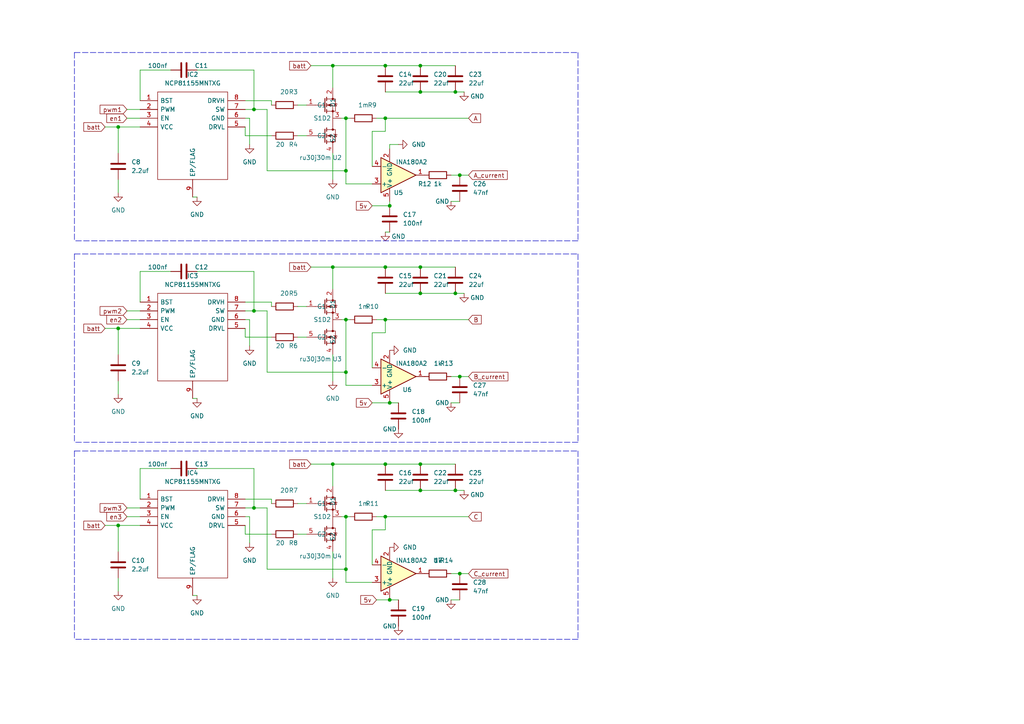
<source format=kicad_sch>
(kicad_sch (version 20211123) (generator eeschema)

  (uuid 12951aef-97da-4f4e-8f15-4cb284ef4fbf)

  (paper "A4")

  (title_block
    (title "FOC module for FPGA")
    (date "2022-11-25")
    (rev "v1")
    (company "GAFSAOUI Y")
  )

  (lib_symbols
    (symbol "Amplifier_Current:INA180A2" (pin_names (offset 0.127)) (in_bom yes) (on_board yes)
      (property "Reference" "U" (id 0) (at 3.81 3.81 0)
        (effects (font (size 1.27 1.27)) (justify left))
      )
      (property "Value" "INA180A2" (id 1) (at 3.81 -2.54 0)
        (effects (font (size 1.27 1.27)) (justify left))
      )
      (property "Footprint" "Package_TO_SOT_SMD:SOT-23-5" (id 2) (at 1.27 1.27 0)
        (effects (font (size 1.27 1.27)) hide)
      )
      (property "Datasheet" "http://www.ti.com/lit/ds/symlink/ina180.pdf" (id 3) (at 3.81 3.81 0)
        (effects (font (size 1.27 1.27)) hide)
      )
      (property "ki_keywords" "current monitor shunt sensor" (id 4) (at 0 0 0)
        (effects (font (size 1.27 1.27)) hide)
      )
      (property "ki_description" "Current Sense Amplifier, 1 Circuit, Rail-to-Rail, 26V, Gain 50 V/V, SOT-23-5" (id 5) (at 0 0 0)
        (effects (font (size 1.27 1.27)) hide)
      )
      (property "ki_fp_filters" "SOT?23*" (id 6) (at 0 0 0)
        (effects (font (size 1.27 1.27)) hide)
      )
      (symbol "INA180A2_0_1"
        (polyline
          (pts
            (xy 5.08 0)
            (xy -5.08 5.08)
            (xy -5.08 -5.08)
            (xy 5.08 0)
          )
          (stroke (width 0.254) (type default) (color 0 0 0 0))
          (fill (type background))
        )
      )
      (symbol "INA180A2_1_1"
        (pin output line (at 7.62 0 180) (length 2.54)
          (name "~" (effects (font (size 1.27 1.27))))
          (number "1" (effects (font (size 1.27 1.27))))
        )
        (pin power_in line (at -2.54 -7.62 90) (length 3.81)
          (name "GND" (effects (font (size 1.27 1.27))))
          (number "2" (effects (font (size 1.27 1.27))))
        )
        (pin input line (at -7.62 2.54 0) (length 2.54)
          (name "+" (effects (font (size 1.27 1.27))))
          (number "3" (effects (font (size 1.27 1.27))))
        )
        (pin input line (at -7.62 -2.54 0) (length 2.54)
          (name "-" (effects (font (size 1.27 1.27))))
          (number "4" (effects (font (size 1.27 1.27))))
        )
        (pin power_in line (at -2.54 7.62 270) (length 3.81)
          (name "V+" (effects (font (size 1.27 1.27))))
          (number "5" (effects (font (size 1.27 1.27))))
        )
      )
    )
    (symbol "Device:C" (pin_numbers hide) (pin_names (offset 0.254)) (in_bom yes) (on_board yes)
      (property "Reference" "C" (id 0) (at 0.635 2.54 0)
        (effects (font (size 1.27 1.27)) (justify left))
      )
      (property "Value" "C" (id 1) (at 0.635 -2.54 0)
        (effects (font (size 1.27 1.27)) (justify left))
      )
      (property "Footprint" "" (id 2) (at 0.9652 -3.81 0)
        (effects (font (size 1.27 1.27)) hide)
      )
      (property "Datasheet" "~" (id 3) (at 0 0 0)
        (effects (font (size 1.27 1.27)) hide)
      )
      (property "ki_keywords" "cap capacitor" (id 4) (at 0 0 0)
        (effects (font (size 1.27 1.27)) hide)
      )
      (property "ki_description" "Unpolarized capacitor" (id 5) (at 0 0 0)
        (effects (font (size 1.27 1.27)) hide)
      )
      (property "ki_fp_filters" "C_*" (id 6) (at 0 0 0)
        (effects (font (size 1.27 1.27)) hide)
      )
      (symbol "C_0_1"
        (polyline
          (pts
            (xy -2.032 -0.762)
            (xy 2.032 -0.762)
          )
          (stroke (width 0.508) (type default) (color 0 0 0 0))
          (fill (type none))
        )
        (polyline
          (pts
            (xy -2.032 0.762)
            (xy 2.032 0.762)
          )
          (stroke (width 0.508) (type default) (color 0 0 0 0))
          (fill (type none))
        )
      )
      (symbol "C_1_1"
        (pin passive line (at 0 3.81 270) (length 2.794)
          (name "~" (effects (font (size 1.27 1.27))))
          (number "1" (effects (font (size 1.27 1.27))))
        )
        (pin passive line (at 0 -3.81 90) (length 2.794)
          (name "~" (effects (font (size 1.27 1.27))))
          (number "2" (effects (font (size 1.27 1.27))))
        )
      )
    )
    (symbol "Device:R" (pin_numbers hide) (pin_names (offset 0)) (in_bom yes) (on_board yes)
      (property "Reference" "R" (id 0) (at 2.032 0 90)
        (effects (font (size 1.27 1.27)))
      )
      (property "Value" "R" (id 1) (at 0 0 90)
        (effects (font (size 1.27 1.27)))
      )
      (property "Footprint" "" (id 2) (at -1.778 0 90)
        (effects (font (size 1.27 1.27)) hide)
      )
      (property "Datasheet" "~" (id 3) (at 0 0 0)
        (effects (font (size 1.27 1.27)) hide)
      )
      (property "ki_keywords" "R res resistor" (id 4) (at 0 0 0)
        (effects (font (size 1.27 1.27)) hide)
      )
      (property "ki_description" "Resistor" (id 5) (at 0 0 0)
        (effects (font (size 1.27 1.27)) hide)
      )
      (property "ki_fp_filters" "R_*" (id 6) (at 0 0 0)
        (effects (font (size 1.27 1.27)) hide)
      )
      (symbol "R_0_1"
        (rectangle (start -1.016 -2.54) (end 1.016 2.54)
          (stroke (width 0.254) (type default) (color 0 0 0 0))
          (fill (type none))
        )
      )
      (symbol "R_1_1"
        (pin passive line (at 0 3.81 270) (length 1.27)
          (name "~" (effects (font (size 1.27 1.27))))
          (number "1" (effects (font (size 1.27 1.27))))
        )
        (pin passive line (at 0 -3.81 90) (length 1.27)
          (name "~" (effects (font (size 1.27 1.27))))
          (number "2" (effects (font (size 1.27 1.27))))
        )
      )
    )
    (symbol "NCP81155MNTXG:NCP81155MNTXG" (pin_names (offset 0.762)) (in_bom yes) (on_board yes)
      (property "Reference" "IC" (id 0) (at 26.67 7.62 0)
        (effects (font (size 1.27 1.27)) (justify left))
      )
      (property "Value" "NCP81155MNTXG" (id 1) (at 26.67 5.08 0)
        (effects (font (size 1.27 1.27)) (justify left))
      )
      (property "Footprint" "SON50P300X300X100-9N-D" (id 2) (at 26.67 2.54 0)
        (effects (font (size 1.27 1.27)) (justify left) hide)
      )
      (property "Datasheet" "http://www.onsemi.com/pub/Collateral/NCP81155-D.PDF" (id 3) (at 26.67 0 0)
        (effects (font (size 1.27 1.27)) (justify left) hide)
      )
      (property "Description" "Gate Drivers MOSFET DRIVER" (id 4) (at 26.67 -2.54 0)
        (effects (font (size 1.27 1.27)) (justify left) hide)
      )
      (property "Height" "1" (id 5) (at 26.67 -5.08 0)
        (effects (font (size 1.27 1.27)) (justify left) hide)
      )
      (property "Manufacturer_Name" "onsemi" (id 6) (at 26.67 -7.62 0)
        (effects (font (size 1.27 1.27)) (justify left) hide)
      )
      (property "Manufacturer_Part_Number" "NCP81155MNTXG" (id 7) (at 26.67 -10.16 0)
        (effects (font (size 1.27 1.27)) (justify left) hide)
      )
      (property "Mouser Part Number" "863-NCP81155MNTXG" (id 8) (at 26.67 -12.7 0)
        (effects (font (size 1.27 1.27)) (justify left) hide)
      )
      (property "Mouser Price/Stock" "https://www.mouser.co.uk/ProductDetail/onsemi/NCP81155MNTXG?qs=z6PAvqrnkvSDrQLFylva4w%3D%3D" (id 9) (at 26.67 -15.24 0)
        (effects (font (size 1.27 1.27)) (justify left) hide)
      )
      (property "Arrow Part Number" "" (id 10) (at 26.67 -17.78 0)
        (effects (font (size 1.27 1.27)) (justify left) hide)
      )
      (property "Arrow Price/Stock" "" (id 11) (at 26.67 -20.32 0)
        (effects (font (size 1.27 1.27)) (justify left) hide)
      )
      (property "Mouser Testing Part Number" "" (id 12) (at 26.67 -22.86 0)
        (effects (font (size 1.27 1.27)) (justify left) hide)
      )
      (property "Mouser Testing Price/Stock" "" (id 13) (at 26.67 -25.4 0)
        (effects (font (size 1.27 1.27)) (justify left) hide)
      )
      (property "ki_description" "Gate Drivers MOSFET DRIVER" (id 14) (at 0 0 0)
        (effects (font (size 1.27 1.27)) hide)
      )
      (symbol "NCP81155MNTXG_0_0"
        (pin passive line (at 0 0 0) (length 5.08)
          (name "BST" (effects (font (size 1.27 1.27))))
          (number "1" (effects (font (size 1.27 1.27))))
        )
        (pin passive line (at 0 -2.54 0) (length 5.08)
          (name "PWM" (effects (font (size 1.27 1.27))))
          (number "2" (effects (font (size 1.27 1.27))))
        )
        (pin passive line (at 0 -5.08 0) (length 5.08)
          (name "EN" (effects (font (size 1.27 1.27))))
          (number "3" (effects (font (size 1.27 1.27))))
        )
        (pin passive line (at 0 -7.62 0) (length 5.08)
          (name "VCC" (effects (font (size 1.27 1.27))))
          (number "4" (effects (font (size 1.27 1.27))))
        )
        (pin passive line (at 30.48 -7.62 180) (length 5.08)
          (name "DRVL" (effects (font (size 1.27 1.27))))
          (number "5" (effects (font (size 1.27 1.27))))
        )
        (pin passive line (at 30.48 -5.08 180) (length 5.08)
          (name "GND" (effects (font (size 1.27 1.27))))
          (number "6" (effects (font (size 1.27 1.27))))
        )
        (pin passive line (at 30.48 -2.54 180) (length 5.08)
          (name "SW" (effects (font (size 1.27 1.27))))
          (number "7" (effects (font (size 1.27 1.27))))
        )
        (pin passive line (at 30.48 0 180) (length 5.08)
          (name "DRVH" (effects (font (size 1.27 1.27))))
          (number "8" (effects (font (size 1.27 1.27))))
        )
        (pin passive line (at 15.24 -27.94 90) (length 5.08)
          (name "EP/FLAG" (effects (font (size 1.27 1.27))))
          (number "9" (effects (font (size 1.27 1.27))))
        )
      )
      (symbol "NCP81155MNTXG_0_1"
        (polyline
          (pts
            (xy 5.08 2.54)
            (xy 25.4 2.54)
            (xy 25.4 -22.86)
            (xy 5.08 -22.86)
            (xy 5.08 2.54)
          )
          (stroke (width 0.1524) (type default) (color 0 0 0 0))
          (fill (type none))
        )
      )
    )
    (symbol "power:GND" (power) (pin_names (offset 0)) (in_bom yes) (on_board yes)
      (property "Reference" "#PWR" (id 0) (at 0 -6.35 0)
        (effects (font (size 1.27 1.27)) hide)
      )
      (property "Value" "GND" (id 1) (at 0 -3.81 0)
        (effects (font (size 1.27 1.27)))
      )
      (property "Footprint" "" (id 2) (at 0 0 0)
        (effects (font (size 1.27 1.27)) hide)
      )
      (property "Datasheet" "" (id 3) (at 0 0 0)
        (effects (font (size 1.27 1.27)) hide)
      )
      (property "ki_keywords" "power-flag" (id 4) (at 0 0 0)
        (effects (font (size 1.27 1.27)) hide)
      )
      (property "ki_description" "Power symbol creates a global label with name \"GND\" , ground" (id 5) (at 0 0 0)
        (effects (font (size 1.27 1.27)) hide)
      )
      (symbol "GND_0_1"
        (polyline
          (pts
            (xy 0 0)
            (xy 0 -1.27)
            (xy 1.27 -1.27)
            (xy 0 -2.54)
            (xy -1.27 -1.27)
            (xy 0 -1.27)
          )
          (stroke (width 0) (type default) (color 0 0 0 0))
          (fill (type none))
        )
      )
      (symbol "GND_1_1"
        (pin power_in line (at 0 0 270) (length 0) hide
          (name "GND" (effects (font (size 1.27 1.27))))
          (number "1" (effects (font (size 1.27 1.27))))
        )
      )
    )
    (symbol "ru30j30m:ru30j30m" (in_bom yes) (on_board yes)
      (property "Reference" "U" (id 0) (at 12.7 -5.08 0)
        (effects (font (size 1.27 1.27)))
      )
      (property "Value" "ru30j30m" (id 1) (at 12.7 -7.62 0)
        (effects (font (size 1.27 1.27)))
      )
      (property "Footprint" "" (id 2) (at 0 0 0)
        (effects (font (size 1.27 1.27)) hide)
      )
      (property "Datasheet" "" (id 3) (at 0 0 0)
        (effects (font (size 1.27 1.27)) hide)
      )
      (symbol "ru30j30m_0_1"
        (circle (center 0 -3.048) (radius 0.254)
          (stroke (width 0) (type default) (color 0 0 0 0))
          (fill (type outline))
        )
        (polyline
          (pts
            (xy -2.286 -1.27)
            (xy -5.08 -1.27)
          )
          (stroke (width 0) (type default) (color 0 0 0 0))
          (fill (type none))
        )
        (polyline
          (pts
            (xy -2.286 0.635)
            (xy -2.286 -3.175)
          )
          (stroke (width 0.254) (type default) (color 0 0 0 0))
          (fill (type none))
        )
        (polyline
          (pts
            (xy -2.286 7.62)
            (xy -5.08 7.62)
          )
          (stroke (width 0) (type default) (color 0 0 0 0))
          (fill (type none))
        )
        (polyline
          (pts
            (xy -2.286 9.525)
            (xy -2.286 5.715)
          )
          (stroke (width 0.254) (type default) (color 0 0 0 0))
          (fill (type none))
        )
        (polyline
          (pts
            (xy -1.778 -2.54)
            (xy -1.778 -3.556)
          )
          (stroke (width 0.254) (type default) (color 0 0 0 0))
          (fill (type none))
        )
        (polyline
          (pts
            (xy -1.778 -0.762)
            (xy -1.778 -1.778)
          )
          (stroke (width 0.254) (type default) (color 0 0 0 0))
          (fill (type none))
        )
        (polyline
          (pts
            (xy -1.778 1.016)
            (xy -1.778 0)
          )
          (stroke (width 0.254) (type default) (color 0 0 0 0))
          (fill (type none))
        )
        (polyline
          (pts
            (xy -1.778 6.35)
            (xy -1.778 5.334)
          )
          (stroke (width 0.254) (type default) (color 0 0 0 0))
          (fill (type none))
        )
        (polyline
          (pts
            (xy -1.778 8.128)
            (xy -1.778 7.112)
          )
          (stroke (width 0.254) (type default) (color 0 0 0 0))
          (fill (type none))
        )
        (polyline
          (pts
            (xy -1.778 9.906)
            (xy -1.778 8.89)
          )
          (stroke (width 0.254) (type default) (color 0 0 0 0))
          (fill (type none))
        )
        (polyline
          (pts
            (xy 0 1.27)
            (xy 0 0.508)
          )
          (stroke (width 0) (type default) (color 0 0 0 0))
          (fill (type none))
        )
        (polyline
          (pts
            (xy 0 6.35)
            (xy 0 1.27)
          )
          (stroke (width 0) (type default) (color 0 0 0 0))
          (fill (type none))
        )
        (polyline
          (pts
            (xy 0 10.16)
            (xy 0 9.398)
          )
          (stroke (width 0) (type default) (color 0 0 0 0))
          (fill (type none))
        )
        (polyline
          (pts
            (xy 0 -3.81)
            (xy 0 -1.27)
            (xy -1.778 -1.27)
          )
          (stroke (width 0) (type default) (color 0 0 0 0))
          (fill (type none))
        )
        (polyline
          (pts
            (xy 0 5.08)
            (xy 0 7.62)
            (xy -1.778 7.62)
          )
          (stroke (width 0) (type default) (color 0 0 0 0))
          (fill (type none))
        )
        (polyline
          (pts
            (xy -1.778 -3.048)
            (xy 0.762 -3.048)
            (xy 0.762 0.508)
            (xy -1.778 0.508)
          )
          (stroke (width 0) (type default) (color 0 0 0 0))
          (fill (type none))
        )
        (polyline
          (pts
            (xy -1.778 5.842)
            (xy 0.762 5.842)
            (xy 0.762 9.398)
            (xy -1.778 9.398)
          )
          (stroke (width 0) (type default) (color 0 0 0 0))
          (fill (type none))
        )
        (polyline
          (pts
            (xy -1.524 -1.27)
            (xy -0.508 -0.889)
            (xy -0.508 -1.651)
            (xy -1.524 -1.27)
          )
          (stroke (width 0) (type default) (color 0 0 0 0))
          (fill (type outline))
        )
        (polyline
          (pts
            (xy -1.524 7.62)
            (xy -0.508 8.001)
            (xy -0.508 7.239)
            (xy -1.524 7.62)
          )
          (stroke (width 0) (type default) (color 0 0 0 0))
          (fill (type outline))
        )
        (polyline
          (pts
            (xy 0.254 -0.762)
            (xy 0.381 -0.889)
            (xy 1.143 -0.889)
            (xy 1.27 -1.016)
          )
          (stroke (width 0) (type default) (color 0 0 0 0))
          (fill (type none))
        )
        (polyline
          (pts
            (xy 0.254 8.128)
            (xy 0.381 8.001)
            (xy 1.143 8.001)
            (xy 1.27 7.874)
          )
          (stroke (width 0) (type default) (color 0 0 0 0))
          (fill (type none))
        )
        (polyline
          (pts
            (xy 0.762 -0.889)
            (xy 0.381 -1.524)
            (xy 1.143 -1.524)
            (xy 0.762 -0.889)
          )
          (stroke (width 0) (type default) (color 0 0 0 0))
          (fill (type none))
        )
        (polyline
          (pts
            (xy 0.762 8.001)
            (xy 0.381 7.366)
            (xy 1.143 7.366)
            (xy 0.762 8.001)
          )
          (stroke (width 0) (type default) (color 0 0 0 0))
          (fill (type none))
        )
        (circle (center 0 0.508) (radius 0.254)
          (stroke (width 0) (type default) (color 0 0 0 0))
          (fill (type outline))
        )
        (circle (center 0 5.842) (radius 0.254)
          (stroke (width 0) (type default) (color 0 0 0 0))
          (fill (type outline))
        )
        (circle (center 0 9.398) (radius 0.254)
          (stroke (width 0) (type default) (color 0 0 0 0))
          (fill (type outline))
        )
      )
      (symbol "ru30j30m_1_1"
        (pin input line (at -7.62 7.62 0) (length 2.54)
          (name "G1" (effects (font (size 1.27 1.27))))
          (number "1" (effects (font (size 1.27 1.27))))
        )
        (pin passive line (at 0 12.7 270) (length 2.54)
          (name "D1" (effects (font (size 1.27 1.27))))
          (number "2" (effects (font (size 1.27 1.27))))
        )
        (pin output line (at 2.54 3.81 180) (length 2.54)
          (name "S1D2" (effects (font (size 1.27 1.27))))
          (number "3" (effects (font (size 1.27 1.27))))
        )
        (pin passive line (at 0 -6.35 90) (length 2.54)
          (name "S2" (effects (font (size 1.27 1.27))))
          (number "4" (effects (font (size 1.27 1.27))))
        )
        (pin input line (at -7.62 -1.27 0) (length 2.54)
          (name "G2" (effects (font (size 1.27 1.27))))
          (number "5" (effects (font (size 1.27 1.27))))
        )
      )
    )
  )


  (junction (at 96.52 19.05) (diameter 0) (color 0 0 0 0)
    (uuid 08e1f88d-0be1-4950-b67a-6db3508f6dca)
  )
  (junction (at 73.66 147.32) (diameter 0) (color 0 0 0 0)
    (uuid 09aef9d2-59b6-4ba3-81df-ef36b7261cdd)
  )
  (junction (at 111.76 34.29) (diameter 0) (color 0 0 0 0)
    (uuid 0e2b787f-dac6-47bd-a4a3-a163aa99fa4d)
  )
  (junction (at 132.08 142.24) (diameter 0) (color 0 0 0 0)
    (uuid 0f15bc9a-d5cf-4b7a-b54f-271723a81f2f)
  )
  (junction (at 34.29 95.25) (diameter 0) (color 0 0 0 0)
    (uuid 20d7b45f-d9a4-4bc5-95e1-60860af564bf)
  )
  (junction (at 132.08 85.09) (diameter 0) (color 0 0 0 0)
    (uuid 2ba99677-ccea-4e29-9c34-52230611621c)
  )
  (junction (at 113.03 173.99) (diameter 0) (color 0 0 0 0)
    (uuid 2c225404-53ac-4f59-bb25-cfa216259348)
  )
  (junction (at 121.92 142.24) (diameter 0) (color 0 0 0 0)
    (uuid 2fc0af46-a4f4-40b3-9f00-711e0fcbb94c)
  )
  (junction (at 100.33 49.53) (diameter 0) (color 0 0 0 0)
    (uuid 408c5dcd-7d2f-4043-9bf8-de9f13a23886)
  )
  (junction (at 111.76 19.05) (diameter 0) (color 0 0 0 0)
    (uuid 40bf48f8-31a6-4635-b0aa-a13cd11963a3)
  )
  (junction (at 96.52 134.62) (diameter 0) (color 0 0 0 0)
    (uuid 486170b2-7882-4daf-a4e8-8def988d6742)
  )
  (junction (at 34.29 36.83) (diameter 0) (color 0 0 0 0)
    (uuid 49bc1b4b-b7a9-4077-b6f8-340e3d8208a9)
  )
  (junction (at 121.92 26.67) (diameter 0) (color 0 0 0 0)
    (uuid 514cc62c-369f-4b59-b6b6-1d7e8a689f15)
  )
  (junction (at 133.35 166.37) (diameter 0) (color 0 0 0 0)
    (uuid 53c652c7-f032-46a2-be87-3de8c00bd198)
  )
  (junction (at 100.33 34.29) (diameter 0) (color 0 0 0 0)
    (uuid 6ddeca04-409a-48e8-87b3-103523139752)
  )
  (junction (at 111.76 149.86) (diameter 0) (color 0 0 0 0)
    (uuid 6f425399-5c62-4513-a48f-273571e0a947)
  )
  (junction (at 73.66 31.75) (diameter 0) (color 0 0 0 0)
    (uuid 75e957f0-ff78-4b26-9813-2d4689d233cb)
  )
  (junction (at 100.33 92.71) (diameter 0) (color 0 0 0 0)
    (uuid 767346aa-d98f-49a7-b59c-6968ef7b8a6b)
  )
  (junction (at 111.76 77.47) (diameter 0) (color 0 0 0 0)
    (uuid 777f0597-5eb7-4173-9827-6ea7e6005ff4)
  )
  (junction (at 73.66 90.17) (diameter 0) (color 0 0 0 0)
    (uuid 7e28691d-7ac2-40da-a403-4b4758e07926)
  )
  (junction (at 133.35 50.8) (diameter 0) (color 0 0 0 0)
    (uuid 86b9ebe6-cfa5-4de4-bf6b-3cfa402bfbb9)
  )
  (junction (at 100.33 107.95) (diameter 0) (color 0 0 0 0)
    (uuid 8c59dfe4-a9d3-4759-94b7-8a52161e399f)
  )
  (junction (at 133.35 109.22) (diameter 0) (color 0 0 0 0)
    (uuid 93ec3aa2-dc11-449f-bdaf-aa95e0b34625)
  )
  (junction (at 121.92 19.05) (diameter 0) (color 0 0 0 0)
    (uuid 9422afa0-c7ad-43dc-b07d-8bda7c301492)
  )
  (junction (at 100.33 149.86) (diameter 0) (color 0 0 0 0)
    (uuid 94f543af-118a-42bd-96e4-3efca0d1995f)
  )
  (junction (at 121.92 85.09) (diameter 0) (color 0 0 0 0)
    (uuid 9670a306-1a8f-46e8-8132-ac324f6f85bd)
  )
  (junction (at 111.76 134.62) (diameter 0) (color 0 0 0 0)
    (uuid a43a3446-ffa8-4e47-ba73-75331fa281a4)
  )
  (junction (at 121.92 77.47) (diameter 0) (color 0 0 0 0)
    (uuid b0748afc-8da1-4324-b4ff-aed54cbfe058)
  )
  (junction (at 113.03 59.69) (diameter 0) (color 0 0 0 0)
    (uuid bf2a5c88-7baa-46b6-bb8e-5d0c7c4fdbaa)
  )
  (junction (at 34.29 152.4) (diameter 0) (color 0 0 0 0)
    (uuid ca0ec03a-f314-4141-8be8-dc86f69399b2)
  )
  (junction (at 111.76 92.71) (diameter 0) (color 0 0 0 0)
    (uuid ce2e6b78-788f-4ea9-a7e1-652ec0b583c0)
  )
  (junction (at 96.52 77.47) (diameter 0) (color 0 0 0 0)
    (uuid ce7e521a-4ae3-435f-9e2d-4cb0cdc690fd)
  )
  (junction (at 100.33 165.1) (diameter 0) (color 0 0 0 0)
    (uuid e8226acb-8c46-4b79-b539-ee62af91e2f3)
  )
  (junction (at 132.08 26.67) (diameter 0) (color 0 0 0 0)
    (uuid ea65a9db-66a1-418e-948c-e975af4a658a)
  )
  (junction (at 121.92 134.62) (diameter 0) (color 0 0 0 0)
    (uuid f2a605a8-3ddd-4af0-b4e6-9a7fe40defde)
  )
  (junction (at 113.03 116.84) (diameter 0) (color 0 0 0 0)
    (uuid fee902c2-95d0-4c79-a8d8-e9d7ebd3e4ee)
  )

  (wire (pts (xy 130.81 166.37) (xy 133.35 166.37))
    (stroke (width 0) (type default) (color 0 0 0 0))
    (uuid 005b2b43-bb3d-4dad-ad5c-3dbf9ecf169b)
  )
  (polyline (pts (xy 21.59 15.24) (xy 21.59 69.85))
    (stroke (width 0) (type default) (color 0 0 0 0))
    (uuid 01c996b4-a177-44b2-a8fd-af31c5aee6e2)
  )

  (wire (pts (xy 111.76 19.05) (xy 121.92 19.05))
    (stroke (width 0) (type default) (color 0 0 0 0))
    (uuid 045ac73d-4684-49b5-a6b1-f970b17a0d23)
  )
  (wire (pts (xy 86.36 88.9) (xy 88.9 88.9))
    (stroke (width 0) (type default) (color 0 0 0 0))
    (uuid 0497098c-8096-49bb-bbe5-4e7e683343bc)
  )
  (wire (pts (xy 86.36 39.37) (xy 88.9 39.37))
    (stroke (width 0) (type default) (color 0 0 0 0))
    (uuid 0715a285-1383-4368-9800-3c3bad7c79b0)
  )
  (wire (pts (xy 30.48 95.25) (xy 34.29 95.25))
    (stroke (width 0) (type default) (color 0 0 0 0))
    (uuid 09ef03e6-564d-47f0-81d8-d150f8c70fbf)
  )
  (wire (pts (xy 86.36 154.94) (xy 88.9 154.94))
    (stroke (width 0) (type default) (color 0 0 0 0))
    (uuid 0abb8ab5-1490-4ffc-9bc5-3c5b784b9ad2)
  )
  (wire (pts (xy 73.66 90.17) (xy 77.47 90.17))
    (stroke (width 0) (type default) (color 0 0 0 0))
    (uuid 0bc72ba8-d713-46a2-8e89-425f2bdc1e53)
  )
  (wire (pts (xy 96.52 134.62) (xy 111.76 134.62))
    (stroke (width 0) (type default) (color 0 0 0 0))
    (uuid 0be2ca93-123a-4aa6-96c4-c6daa33ef4e5)
  )
  (wire (pts (xy 96.52 102.87) (xy 96.52 110.49))
    (stroke (width 0) (type default) (color 0 0 0 0))
    (uuid 0cbadabe-5fa9-43f4-8b31-59cc795de3a5)
  )
  (wire (pts (xy 96.52 77.47) (xy 96.52 83.82))
    (stroke (width 0) (type default) (color 0 0 0 0))
    (uuid 0dba3b41-7280-4111-8542-350a851bb124)
  )
  (polyline (pts (xy 167.64 128.27) (xy 21.59 128.27))
    (stroke (width 0) (type default) (color 0 0 0 0))
    (uuid 17b484de-980c-463b-ac23-bdb56f5d563e)
  )

  (wire (pts (xy 96.52 77.47) (xy 111.76 77.47))
    (stroke (width 0) (type default) (color 0 0 0 0))
    (uuid 17cbc793-56bd-42b0-b9c8-b0d6122c3c7d)
  )
  (polyline (pts (xy 21.59 130.81) (xy 21.59 185.42))
    (stroke (width 0) (type default) (color 0 0 0 0))
    (uuid 184c93d1-6811-42c4-b5e4-196a364d3d97)
  )

  (wire (pts (xy 71.12 29.21) (xy 78.74 29.21))
    (stroke (width 0) (type default) (color 0 0 0 0))
    (uuid 1a6c4015-ba67-4139-ae84-831b493e5d2d)
  )
  (wire (pts (xy 78.74 144.78) (xy 78.74 146.05))
    (stroke (width 0) (type default) (color 0 0 0 0))
    (uuid 1b092e67-febb-40a8-a5a6-cc53e8c332ad)
  )
  (wire (pts (xy 72.39 149.86) (xy 72.39 157.48))
    (stroke (width 0) (type default) (color 0 0 0 0))
    (uuid 1b6849c9-58eb-4d1c-8cb0-b42659043f3c)
  )
  (wire (pts (xy 77.47 49.53) (xy 100.33 49.53))
    (stroke (width 0) (type default) (color 0 0 0 0))
    (uuid 1e346290-331a-4d6c-bfe1-83e14f10da49)
  )
  (wire (pts (xy 111.76 96.52) (xy 111.76 92.71))
    (stroke (width 0) (type default) (color 0 0 0 0))
    (uuid 1f1b93f3-9699-49a9-927d-a39be000212b)
  )
  (polyline (pts (xy 167.64 69.85) (xy 21.59 69.85))
    (stroke (width 0) (type default) (color 0 0 0 0))
    (uuid 20640f46-c432-4aa9-a205-4c6c441f8c15)
  )

  (wire (pts (xy 109.22 149.86) (xy 111.76 149.86))
    (stroke (width 0) (type default) (color 0 0 0 0))
    (uuid 254b739f-80dd-49d4-9796-1f647736126f)
  )
  (wire (pts (xy 73.66 135.89) (xy 73.66 147.32))
    (stroke (width 0) (type default) (color 0 0 0 0))
    (uuid 26348bde-09f7-465c-8bb6-0c6c53f01a0b)
  )
  (wire (pts (xy 71.12 87.63) (xy 78.74 87.63))
    (stroke (width 0) (type default) (color 0 0 0 0))
    (uuid 26d4833f-ca41-4f19-a870-9ac10b0a9ad6)
  )
  (wire (pts (xy 36.83 149.86) (xy 40.64 149.86))
    (stroke (width 0) (type default) (color 0 0 0 0))
    (uuid 2b2c81e7-6201-4962-baff-b08ed1d3fc8c)
  )
  (wire (pts (xy 96.52 44.45) (xy 96.52 52.07))
    (stroke (width 0) (type default) (color 0 0 0 0))
    (uuid 2c77ad74-04a2-40f0-9be7-3c6f0cb8fff7)
  )
  (wire (pts (xy 40.64 135.89) (xy 40.64 144.78))
    (stroke (width 0) (type default) (color 0 0 0 0))
    (uuid 2e4a429b-0c5a-444e-a167-b3f46f7f2ca9)
  )
  (wire (pts (xy 111.76 134.62) (xy 121.92 134.62))
    (stroke (width 0) (type default) (color 0 0 0 0))
    (uuid 2e4af2e7-ac43-431c-9cfc-70a0ca608d27)
  )
  (wire (pts (xy 90.17 77.47) (xy 96.52 77.47))
    (stroke (width 0) (type default) (color 0 0 0 0))
    (uuid 2eae8cfa-e2b4-4699-b881-c398a5613eec)
  )
  (wire (pts (xy 36.83 31.75) (xy 40.64 31.75))
    (stroke (width 0) (type default) (color 0 0 0 0))
    (uuid 2f5b5ac6-a9ca-4a15-bcb8-6ec85c6bb95a)
  )
  (wire (pts (xy 86.36 30.48) (xy 88.9 30.48))
    (stroke (width 0) (type default) (color 0 0 0 0))
    (uuid 31624e18-067f-4ae5-b873-80c3822bd145)
  )
  (wire (pts (xy 96.52 160.02) (xy 96.52 167.64))
    (stroke (width 0) (type default) (color 0 0 0 0))
    (uuid 33b25748-c736-4a7f-8859-86661e7c09fe)
  )
  (wire (pts (xy 107.95 153.67) (xy 111.76 153.67))
    (stroke (width 0) (type default) (color 0 0 0 0))
    (uuid 33c6ffa6-6e15-4bf8-9e11-2de35a0a6913)
  )
  (wire (pts (xy 100.33 149.86) (xy 101.6 149.86))
    (stroke (width 0) (type default) (color 0 0 0 0))
    (uuid 347bcd0c-1cdf-4709-ae58-424f6d34216e)
  )
  (wire (pts (xy 111.76 142.24) (xy 121.92 142.24))
    (stroke (width 0) (type default) (color 0 0 0 0))
    (uuid 35efacb2-5f00-4d3c-ac58-fbe2e9bfdf23)
  )
  (wire (pts (xy 57.15 20.32) (xy 73.66 20.32))
    (stroke (width 0) (type default) (color 0 0 0 0))
    (uuid 36a175e2-0f77-4402-ad79-4547d5c8ab87)
  )
  (wire (pts (xy 78.74 154.94) (xy 71.12 154.94))
    (stroke (width 0) (type default) (color 0 0 0 0))
    (uuid 387b3318-370c-4eb3-85aa-5a6692bbe778)
  )
  (wire (pts (xy 121.92 26.67) (xy 132.08 26.67))
    (stroke (width 0) (type default) (color 0 0 0 0))
    (uuid 39dd3fd4-73db-4b00-af0b-2bec6d791f0d)
  )
  (wire (pts (xy 99.06 149.86) (xy 100.33 149.86))
    (stroke (width 0) (type default) (color 0 0 0 0))
    (uuid 3a125081-4a64-4038-825c-8cbf3a4ce77b)
  )
  (wire (pts (xy 111.76 67.31) (xy 113.03 67.31))
    (stroke (width 0) (type default) (color 0 0 0 0))
    (uuid 3cc11193-97f0-4675-a13c-a7dccdcf81cb)
  )
  (wire (pts (xy 107.95 168.91) (xy 100.33 168.91))
    (stroke (width 0) (type default) (color 0 0 0 0))
    (uuid 3dd2068a-86d4-4477-817d-27cce0059573)
  )
  (wire (pts (xy 55.88 115.57) (xy 57.15 115.57))
    (stroke (width 0) (type default) (color 0 0 0 0))
    (uuid 3eec4b72-1d99-4e05-a21e-5f87316a6007)
  )
  (wire (pts (xy 57.15 78.74) (xy 73.66 78.74))
    (stroke (width 0) (type default) (color 0 0 0 0))
    (uuid 3f2a71c8-ba32-4a75-aaca-524ab4a11e1d)
  )
  (polyline (pts (xy 167.64 130.81) (xy 167.64 185.42))
    (stroke (width 0) (type default) (color 0 0 0 0))
    (uuid 404cd537-98e9-449c-8834-8195e429d043)
  )

  (wire (pts (xy 107.95 96.52) (xy 111.76 96.52))
    (stroke (width 0) (type default) (color 0 0 0 0))
    (uuid 421d6b5b-4403-4a78-9b23-9779e195ac47)
  )
  (wire (pts (xy 77.47 147.32) (xy 77.47 165.1))
    (stroke (width 0) (type default) (color 0 0 0 0))
    (uuid 4231c745-06b9-461f-8627-a6aceed780b7)
  )
  (wire (pts (xy 71.12 154.94) (xy 71.12 152.4))
    (stroke (width 0) (type default) (color 0 0 0 0))
    (uuid 427be42c-d7bb-4a0c-bfe0-7a6dbd4fcdbc)
  )
  (wire (pts (xy 111.76 85.09) (xy 121.92 85.09))
    (stroke (width 0) (type default) (color 0 0 0 0))
    (uuid 42ea3f63-9ec5-4138-a96f-4a9eb78cd54d)
  )
  (wire (pts (xy 73.66 20.32) (xy 73.66 31.75))
    (stroke (width 0) (type default) (color 0 0 0 0))
    (uuid 47acd80d-f467-4618-a6ef-af4441d2a5e8)
  )
  (wire (pts (xy 121.92 142.24) (xy 132.08 142.24))
    (stroke (width 0) (type default) (color 0 0 0 0))
    (uuid 48ba360e-6750-44a8-9b1b-e6e88d1550f3)
  )
  (wire (pts (xy 121.92 19.05) (xy 132.08 19.05))
    (stroke (width 0) (type default) (color 0 0 0 0))
    (uuid 4bd53f36-9eaa-4a4f-819b-bd12e5b2efc8)
  )
  (wire (pts (xy 113.03 173.99) (xy 115.57 173.99))
    (stroke (width 0) (type default) (color 0 0 0 0))
    (uuid 4d3adf1a-d981-4ad7-9f6a-d9a8589d25c0)
  )
  (wire (pts (xy 90.17 19.05) (xy 96.52 19.05))
    (stroke (width 0) (type default) (color 0 0 0 0))
    (uuid 4f00a740-caa5-46ae-a089-b780d2e53b45)
  )
  (wire (pts (xy 99.06 34.29) (xy 100.33 34.29))
    (stroke (width 0) (type default) (color 0 0 0 0))
    (uuid 4fd60bcb-8714-42e7-b760-01ff1879b06f)
  )
  (wire (pts (xy 34.29 36.83) (xy 34.29 44.45))
    (stroke (width 0) (type default) (color 0 0 0 0))
    (uuid 50906557-0343-4291-9c73-b68b5bc0983e)
  )
  (wire (pts (xy 36.83 147.32) (xy 40.64 147.32))
    (stroke (width 0) (type default) (color 0 0 0 0))
    (uuid 523e3997-2dff-4671-9fcf-d7c86ee937ba)
  )
  (wire (pts (xy 72.39 34.29) (xy 72.39 41.91))
    (stroke (width 0) (type default) (color 0 0 0 0))
    (uuid 54fbe5cd-789b-40fb-94db-2d73a54446e2)
  )
  (wire (pts (xy 40.64 36.83) (xy 34.29 36.83))
    (stroke (width 0) (type default) (color 0 0 0 0))
    (uuid 5699555b-a9e4-4dee-b3a1-deea318394da)
  )
  (wire (pts (xy 86.36 146.05) (xy 88.9 146.05))
    (stroke (width 0) (type default) (color 0 0 0 0))
    (uuid 58ed8b0a-679c-4c51-8f2e-de9a74da62b5)
  )
  (wire (pts (xy 78.74 29.21) (xy 78.74 30.48))
    (stroke (width 0) (type default) (color 0 0 0 0))
    (uuid 59799d73-f1be-4b5a-b863-d684cdec6bf2)
  )
  (wire (pts (xy 109.22 92.71) (xy 111.76 92.71))
    (stroke (width 0) (type default) (color 0 0 0 0))
    (uuid 59aefef5-be47-4c30-bddd-25318e9a790c)
  )
  (wire (pts (xy 107.95 38.1) (xy 111.76 38.1))
    (stroke (width 0) (type default) (color 0 0 0 0))
    (uuid 5d7d3e08-6aa3-4fc8-b40c-6571c9768643)
  )
  (wire (pts (xy 107.95 106.68) (xy 107.95 96.52))
    (stroke (width 0) (type default) (color 0 0 0 0))
    (uuid 5ee2999e-6705-4b50-80e8-108802805d72)
  )
  (wire (pts (xy 113.03 41.91) (xy 115.57 41.91))
    (stroke (width 0) (type default) (color 0 0 0 0))
    (uuid 604c6864-47f8-4371-921b-bc3ac93538ad)
  )
  (wire (pts (xy 77.47 90.17) (xy 77.47 107.95))
    (stroke (width 0) (type default) (color 0 0 0 0))
    (uuid 60d76407-27bf-4fd0-9221-906721d3a451)
  )
  (wire (pts (xy 107.95 59.69) (xy 113.03 59.69))
    (stroke (width 0) (type default) (color 0 0 0 0))
    (uuid 610dcabc-41aa-4682-8579-af2464e23fa1)
  )
  (wire (pts (xy 111.76 153.67) (xy 111.76 149.86))
    (stroke (width 0) (type default) (color 0 0 0 0))
    (uuid 61b71c7d-a4c1-461a-b894-340f149b248e)
  )
  (wire (pts (xy 40.64 20.32) (xy 49.53 20.32))
    (stroke (width 0) (type default) (color 0 0 0 0))
    (uuid 64e83465-3072-43e3-a7f3-63966cc51c9f)
  )
  (wire (pts (xy 107.95 53.34) (xy 100.33 53.34))
    (stroke (width 0) (type default) (color 0 0 0 0))
    (uuid 683f356f-cca5-4e6a-af00-7319a6375186)
  )
  (wire (pts (xy 40.64 20.32) (xy 40.64 29.21))
    (stroke (width 0) (type default) (color 0 0 0 0))
    (uuid 6880bbf8-c7e1-4694-98c4-33240189c0af)
  )
  (wire (pts (xy 111.76 77.47) (xy 121.92 77.47))
    (stroke (width 0) (type default) (color 0 0 0 0))
    (uuid 695da348-a792-473b-8f10-14296d63ebfe)
  )
  (wire (pts (xy 111.76 26.67) (xy 121.92 26.67))
    (stroke (width 0) (type default) (color 0 0 0 0))
    (uuid 6aade05b-ae0b-456a-92a8-7b1d5c68cba3)
  )
  (wire (pts (xy 30.48 36.83) (xy 34.29 36.83))
    (stroke (width 0) (type default) (color 0 0 0 0))
    (uuid 6e43ca00-4ad0-4ed7-8701-2b1e5b54b5e8)
  )
  (polyline (pts (xy 167.64 15.24) (xy 167.64 69.85))
    (stroke (width 0) (type default) (color 0 0 0 0))
    (uuid 7239a065-f6f1-4d87-a1fc-d3d1c093ffc3)
  )
  (polyline (pts (xy 167.64 73.66) (xy 167.64 128.27))
    (stroke (width 0) (type default) (color 0 0 0 0))
    (uuid 761315f9-05f7-4f02-a408-1f155fe834f5)
  )
  (polyline (pts (xy 21.59 73.66) (xy 167.64 73.66))
    (stroke (width 0) (type default) (color 0 0 0 0))
    (uuid 76a5cc37-9a28-43a7-a53f-711bbdc51d14)
  )

  (wire (pts (xy 113.03 43.18) (xy 113.03 41.91))
    (stroke (width 0) (type default) (color 0 0 0 0))
    (uuid 791e5627-c2d6-4c94-830d-bb1dd24c19e2)
  )
  (wire (pts (xy 40.64 135.89) (xy 49.53 135.89))
    (stroke (width 0) (type default) (color 0 0 0 0))
    (uuid 7c4efe33-1fb0-4b9a-a2b3-1a7ef98635b6)
  )
  (wire (pts (xy 71.12 31.75) (xy 73.66 31.75))
    (stroke (width 0) (type default) (color 0 0 0 0))
    (uuid 7e02573d-4852-4d49-86f8-81f843563f3f)
  )
  (wire (pts (xy 130.81 109.22) (xy 133.35 109.22))
    (stroke (width 0) (type default) (color 0 0 0 0))
    (uuid 7fa3f0b1-d82c-45a0-b71b-efd59636bd8c)
  )
  (wire (pts (xy 71.12 144.78) (xy 78.74 144.78))
    (stroke (width 0) (type default) (color 0 0 0 0))
    (uuid 80f2064a-10ff-4138-92d7-144cccb808a7)
  )
  (wire (pts (xy 77.47 31.75) (xy 77.47 49.53))
    (stroke (width 0) (type default) (color 0 0 0 0))
    (uuid 830040a3-1cbd-40e3-a6aa-1d5d7b792598)
  )
  (wire (pts (xy 55.88 172.72) (xy 57.15 172.72))
    (stroke (width 0) (type default) (color 0 0 0 0))
    (uuid 84854d12-3ce0-41ac-90f3-1bd02632e009)
  )
  (wire (pts (xy 57.15 135.89) (xy 73.66 135.89))
    (stroke (width 0) (type default) (color 0 0 0 0))
    (uuid 85f4fe06-a625-4a04-8dc5-f78639286b58)
  )
  (wire (pts (xy 132.08 26.67) (xy 134.62 26.67))
    (stroke (width 0) (type default) (color 0 0 0 0))
    (uuid 871cccb1-706b-4d76-ad20-3f07ccaf124a)
  )
  (wire (pts (xy 36.83 92.71) (xy 40.64 92.71))
    (stroke (width 0) (type default) (color 0 0 0 0))
    (uuid 8a39acbf-e1ec-42d9-be21-91250adb0bb9)
  )
  (wire (pts (xy 100.33 165.1) (xy 100.33 149.86))
    (stroke (width 0) (type default) (color 0 0 0 0))
    (uuid 8a43e841-8a0e-4a23-b7dc-eb95091e7c5d)
  )
  (wire (pts (xy 73.66 31.75) (xy 77.47 31.75))
    (stroke (width 0) (type default) (color 0 0 0 0))
    (uuid 8a53f2dd-b474-4a6f-98ea-94f4a57fb9ef)
  )
  (wire (pts (xy 130.81 50.8) (xy 133.35 50.8))
    (stroke (width 0) (type default) (color 0 0 0 0))
    (uuid 8d61409b-f819-465b-a7af-fe85a37c3849)
  )
  (wire (pts (xy 34.29 110.49) (xy 34.29 114.3))
    (stroke (width 0) (type default) (color 0 0 0 0))
    (uuid 915cb5ee-dd50-4eea-bfde-c93cb21ccabc)
  )
  (wire (pts (xy 40.64 152.4) (xy 34.29 152.4))
    (stroke (width 0) (type default) (color 0 0 0 0))
    (uuid 92a80425-04d3-4554-9ca5-1454bcb99dee)
  )
  (wire (pts (xy 96.52 19.05) (xy 96.52 25.4))
    (stroke (width 0) (type default) (color 0 0 0 0))
    (uuid 9398d900-47f8-4057-a33e-0d367ce9901f)
  )
  (wire (pts (xy 100.33 53.34) (xy 100.33 49.53))
    (stroke (width 0) (type default) (color 0 0 0 0))
    (uuid 939a34a0-7e27-4c79-b56b-5e037ef253e0)
  )
  (wire (pts (xy 86.36 97.79) (xy 88.9 97.79))
    (stroke (width 0) (type default) (color 0 0 0 0))
    (uuid 96afbe91-fc45-4dea-95aa-82aafd1caebe)
  )
  (wire (pts (xy 111.76 92.71) (xy 135.89 92.71))
    (stroke (width 0) (type default) (color 0 0 0 0))
    (uuid 990d4a79-e28e-4254-81c8-2c2b6704d7d1)
  )
  (wire (pts (xy 100.33 34.29) (xy 101.6 34.29))
    (stroke (width 0) (type default) (color 0 0 0 0))
    (uuid 9953da9f-fc3a-4820-9118-b4e78feb6568)
  )
  (wire (pts (xy 100.33 49.53) (xy 100.33 34.29))
    (stroke (width 0) (type default) (color 0 0 0 0))
    (uuid 9d4e266f-d034-442e-aee4-e94db4f62821)
  )
  (wire (pts (xy 100.33 92.71) (xy 101.6 92.71))
    (stroke (width 0) (type default) (color 0 0 0 0))
    (uuid 9db9c8b7-3190-4424-9a08-3c1fc3e7ecb6)
  )
  (wire (pts (xy 40.64 78.74) (xy 49.53 78.74))
    (stroke (width 0) (type default) (color 0 0 0 0))
    (uuid a1d9decd-35c0-4295-87f9-6026a637f523)
  )
  (wire (pts (xy 109.22 173.99) (xy 113.03 173.99))
    (stroke (width 0) (type default) (color 0 0 0 0))
    (uuid a40ff9ab-5275-42cf-b3d4-3f87b53a27e8)
  )
  (wire (pts (xy 73.66 147.32) (xy 77.47 147.32))
    (stroke (width 0) (type default) (color 0 0 0 0))
    (uuid a44c373a-9dc0-4157-856b-12718d2dd680)
  )
  (wire (pts (xy 130.81 173.99) (xy 133.35 173.99))
    (stroke (width 0) (type default) (color 0 0 0 0))
    (uuid a86ac88d-2e76-4ca7-9c48-d209bbde1112)
  )
  (wire (pts (xy 78.74 97.79) (xy 71.12 97.79))
    (stroke (width 0) (type default) (color 0 0 0 0))
    (uuid a9b09c56-2d89-446c-a6d9-73ff2fe40c2f)
  )
  (wire (pts (xy 40.64 78.74) (xy 40.64 87.63))
    (stroke (width 0) (type default) (color 0 0 0 0))
    (uuid b2736340-7df2-4ba5-b817-93a59d5f3870)
  )
  (wire (pts (xy 30.48 152.4) (xy 34.29 152.4))
    (stroke (width 0) (type default) (color 0 0 0 0))
    (uuid b2d186b8-d9ce-4ed9-85a9-8c450ab9e260)
  )
  (wire (pts (xy 100.33 111.76) (xy 100.33 107.95))
    (stroke (width 0) (type default) (color 0 0 0 0))
    (uuid b53d665c-84a8-4e31-a964-2ae658c829fa)
  )
  (wire (pts (xy 130.81 58.42) (xy 133.35 58.42))
    (stroke (width 0) (type default) (color 0 0 0 0))
    (uuid b6d81e9e-3091-4894-ba7d-2f587a5785f0)
  )
  (wire (pts (xy 107.95 111.76) (xy 100.33 111.76))
    (stroke (width 0) (type default) (color 0 0 0 0))
    (uuid b798b9ba-b40f-44f5-b93f-788f6ad9269c)
  )
  (wire (pts (xy 34.29 95.25) (xy 34.29 102.87))
    (stroke (width 0) (type default) (color 0 0 0 0))
    (uuid b79d4c52-7c47-4751-993c-2dd485354731)
  )
  (wire (pts (xy 132.08 85.09) (xy 134.62 85.09))
    (stroke (width 0) (type default) (color 0 0 0 0))
    (uuid b7c30ed6-e203-4d25-b6b7-06f0bb9f8dae)
  )
  (wire (pts (xy 73.66 78.74) (xy 73.66 90.17))
    (stroke (width 0) (type default) (color 0 0 0 0))
    (uuid b7cc6e4b-6304-4ae2-88c0-fba0c9335919)
  )
  (wire (pts (xy 111.76 38.1) (xy 111.76 34.29))
    (stroke (width 0) (type default) (color 0 0 0 0))
    (uuid b8a554aa-74d9-436c-b154-f6aa0e01b955)
  )
  (wire (pts (xy 121.92 77.47) (xy 132.08 77.47))
    (stroke (width 0) (type default) (color 0 0 0 0))
    (uuid bccb72d2-10b2-40a3-b120-05a2f5fa025a)
  )
  (wire (pts (xy 71.12 34.29) (xy 72.39 34.29))
    (stroke (width 0) (type default) (color 0 0 0 0))
    (uuid bf7951a9-e4b6-4a9f-a685-41c97e847359)
  )
  (wire (pts (xy 55.88 57.15) (xy 57.15 57.15))
    (stroke (width 0) (type default) (color 0 0 0 0))
    (uuid c0b0e325-5062-4c09-a22e-7a44eac1834b)
  )
  (wire (pts (xy 133.35 109.22) (xy 135.89 109.22))
    (stroke (width 0) (type default) (color 0 0 0 0))
    (uuid c5dfa50a-ba48-4ea7-bb05-82be836fa9d7)
  )
  (wire (pts (xy 107.95 116.84) (xy 113.03 116.84))
    (stroke (width 0) (type default) (color 0 0 0 0))
    (uuid c68041b0-593f-4ae7-b3a9-94661a6667cf)
  )
  (polyline (pts (xy 21.59 130.81) (xy 167.64 130.81))
    (stroke (width 0) (type default) (color 0 0 0 0))
    (uuid c8f8c6fd-fd5c-44cc-9dea-91a90de902b1)
  )

  (wire (pts (xy 111.76 34.29) (xy 135.89 34.29))
    (stroke (width 0) (type default) (color 0 0 0 0))
    (uuid cbbe31d1-d9cd-4bef-b61f-4230e2737016)
  )
  (wire (pts (xy 90.17 134.62) (xy 96.52 134.62))
    (stroke (width 0) (type default) (color 0 0 0 0))
    (uuid cbe0f067-9864-47c1-94d7-d6eae3bb6618)
  )
  (wire (pts (xy 71.12 147.32) (xy 73.66 147.32))
    (stroke (width 0) (type default) (color 0 0 0 0))
    (uuid ccf47636-1145-4a0f-8c45-e1047e929fbc)
  )
  (wire (pts (xy 36.83 34.29) (xy 40.64 34.29))
    (stroke (width 0) (type default) (color 0 0 0 0))
    (uuid cd01cee4-3356-4067-804e-0537d23da88e)
  )
  (wire (pts (xy 121.92 85.09) (xy 132.08 85.09))
    (stroke (width 0) (type default) (color 0 0 0 0))
    (uuid cd93ed13-228c-4ece-a937-01750632bd01)
  )
  (wire (pts (xy 71.12 90.17) (xy 73.66 90.17))
    (stroke (width 0) (type default) (color 0 0 0 0))
    (uuid d1fca75a-4e43-4056-9c7d-5d6ee42f1560)
  )
  (polyline (pts (xy 21.59 73.66) (xy 21.59 128.27))
    (stroke (width 0) (type default) (color 0 0 0 0))
    (uuid d2acb321-ef40-4a1d-9928-2f3af643d289)
  )

  (wire (pts (xy 130.81 116.84) (xy 133.35 116.84))
    (stroke (width 0) (type default) (color 0 0 0 0))
    (uuid d4764ec2-09db-474e-83f6-3bc3c86cd5b2)
  )
  (wire (pts (xy 121.92 134.62) (xy 132.08 134.62))
    (stroke (width 0) (type default) (color 0 0 0 0))
    (uuid d6b175fb-b798-4efb-bf65-c1d0b68a5623)
  )
  (wire (pts (xy 100.33 107.95) (xy 100.33 92.71))
    (stroke (width 0) (type default) (color 0 0 0 0))
    (uuid d89437ab-5071-4270-b4f3-65c515025b50)
  )
  (wire (pts (xy 78.74 87.63) (xy 78.74 88.9))
    (stroke (width 0) (type default) (color 0 0 0 0))
    (uuid d8eb4ea2-6863-4e26-8095-704c2ba858ac)
  )
  (wire (pts (xy 34.29 52.07) (xy 34.29 55.88))
    (stroke (width 0) (type default) (color 0 0 0 0))
    (uuid d8ef57c4-aeb0-4d12-b445-b8184b3202ac)
  )
  (wire (pts (xy 71.12 39.37) (xy 71.12 36.83))
    (stroke (width 0) (type default) (color 0 0 0 0))
    (uuid db2683d1-3033-4a65-9617-1bd7fb9963e7)
  )
  (wire (pts (xy 96.52 134.62) (xy 96.52 140.97))
    (stroke (width 0) (type default) (color 0 0 0 0))
    (uuid dc8bfad0-b9a5-4ed2-8d8d-123deef13866)
  )
  (wire (pts (xy 113.03 58.42) (xy 113.03 59.69))
    (stroke (width 0) (type default) (color 0 0 0 0))
    (uuid de6a8452-84f2-4c7f-bb57-d5993f42c9be)
  )
  (wire (pts (xy 133.35 166.37) (xy 135.89 166.37))
    (stroke (width 0) (type default) (color 0 0 0 0))
    (uuid df0471ac-23ef-4990-8dca-f85f20743843)
  )
  (wire (pts (xy 71.12 97.79) (xy 71.12 95.25))
    (stroke (width 0) (type default) (color 0 0 0 0))
    (uuid df96a16a-db52-4584-bf29-ecb98265e229)
  )
  (wire (pts (xy 107.95 48.26) (xy 107.95 38.1))
    (stroke (width 0) (type default) (color 0 0 0 0))
    (uuid dfed219d-38c4-46c9-9a3e-94f5234015ba)
  )
  (wire (pts (xy 133.35 50.8) (xy 135.89 50.8))
    (stroke (width 0) (type default) (color 0 0 0 0))
    (uuid e13dff61-d934-4e5a-a5a4-fb70aa2c179f)
  )
  (wire (pts (xy 111.76 149.86) (xy 135.89 149.86))
    (stroke (width 0) (type default) (color 0 0 0 0))
    (uuid e14a0993-0a3b-43b0-8214-bb1d0fa6842d)
  )
  (wire (pts (xy 109.22 34.29) (xy 111.76 34.29))
    (stroke (width 0) (type default) (color 0 0 0 0))
    (uuid e4483a27-2f2b-4d6a-a0d2-ce8c1bc19b27)
  )
  (wire (pts (xy 78.74 39.37) (xy 71.12 39.37))
    (stroke (width 0) (type default) (color 0 0 0 0))
    (uuid e6875cd9-3501-4725-bef6-52ca4770807f)
  )
  (wire (pts (xy 100.33 168.91) (xy 100.33 165.1))
    (stroke (width 0) (type default) (color 0 0 0 0))
    (uuid e702f8cb-5b71-419e-93c1-d89283669a72)
  )
  (wire (pts (xy 113.03 116.84) (xy 115.57 116.84))
    (stroke (width 0) (type default) (color 0 0 0 0))
    (uuid e7b89fea-1b88-41b3-a927-7f8da17668c8)
  )
  (polyline (pts (xy 167.64 185.42) (xy 21.59 185.42))
    (stroke (width 0) (type default) (color 0 0 0 0))
    (uuid e8c541c2-8ef6-4a7a-9798-588391ec59e3)
  )

  (wire (pts (xy 71.12 149.86) (xy 72.39 149.86))
    (stroke (width 0) (type default) (color 0 0 0 0))
    (uuid ea092258-7c76-4359-9e8d-37e16fefd435)
  )
  (wire (pts (xy 77.47 107.95) (xy 100.33 107.95))
    (stroke (width 0) (type default) (color 0 0 0 0))
    (uuid ea1eb5ca-930a-45a7-a22f-120a1dbbf0f1)
  )
  (wire (pts (xy 72.39 92.71) (xy 72.39 100.33))
    (stroke (width 0) (type default) (color 0 0 0 0))
    (uuid f1df1c9b-d708-42b6-97ea-afb79fc9bb2f)
  )
  (polyline (pts (xy 21.59 15.24) (xy 167.64 15.24))
    (stroke (width 0) (type default) (color 0 0 0 0))
    (uuid f2bd2afd-5149-4fd9-8cec-f3d67e2e825c)
  )

  (wire (pts (xy 71.12 92.71) (xy 72.39 92.71))
    (stroke (width 0) (type default) (color 0 0 0 0))
    (uuid f3ea7b20-237a-4a8b-8618-495a30185f43)
  )
  (wire (pts (xy 36.83 90.17) (xy 40.64 90.17))
    (stroke (width 0) (type default) (color 0 0 0 0))
    (uuid f417eef1-00ee-45f0-b021-3bc847e6297a)
  )
  (wire (pts (xy 40.64 95.25) (xy 34.29 95.25))
    (stroke (width 0) (type default) (color 0 0 0 0))
    (uuid f790a78e-d647-40e4-88fb-b83cacf0ccb6)
  )
  (wire (pts (xy 77.47 165.1) (xy 100.33 165.1))
    (stroke (width 0) (type default) (color 0 0 0 0))
    (uuid f7dd7b0b-a2f4-4f49-9d6b-8a3e40d8b782)
  )
  (wire (pts (xy 99.06 92.71) (xy 100.33 92.71))
    (stroke (width 0) (type default) (color 0 0 0 0))
    (uuid f8154a05-cdef-44d6-9fd5-ff55d64cf3a9)
  )
  (wire (pts (xy 34.29 167.64) (xy 34.29 171.45))
    (stroke (width 0) (type default) (color 0 0 0 0))
    (uuid f9547d1b-a2df-4d0d-991b-ac6cd51ef6ab)
  )
  (wire (pts (xy 96.52 19.05) (xy 111.76 19.05))
    (stroke (width 0) (type default) (color 0 0 0 0))
    (uuid fad78f22-198e-4b2a-a3f8-a7af79074067)
  )
  (wire (pts (xy 132.08 142.24) (xy 134.62 142.24))
    (stroke (width 0) (type default) (color 0 0 0 0))
    (uuid fb85e4ff-1cbf-47bc-8616-252e684ab7ea)
  )
  (wire (pts (xy 107.95 163.83) (xy 107.95 153.67))
    (stroke (width 0) (type default) (color 0 0 0 0))
    (uuid fbf11405-4367-4f7d-9bee-ad77918d2e09)
  )
  (wire (pts (xy 34.29 152.4) (xy 34.29 160.02))
    (stroke (width 0) (type default) (color 0 0 0 0))
    (uuid fe63ef02-0f8e-4bc1-af71-508a41ac2e27)
  )

  (global_label "batt" (shape input) (at 30.48 36.83 180) (fields_autoplaced)
    (effects (font (size 1.27 1.27)) (justify right))
    (uuid 093010a0-83f8-4a93-9f0c-79227a65cc67)
    (property "Intersheet References" "${INTERSHEET_REFS}" (id 0) (at 24.3174 36.7506 0)
      (effects (font (size 1.27 1.27)) (justify right) hide)
    )
  )
  (global_label "A_current" (shape input) (at 135.89 50.8 0) (fields_autoplaced)
    (effects (font (size 1.27 1.27)) (justify left))
    (uuid 0b022af8-cdab-43f7-9d14-783d33a4f2dd)
    (property "Intersheet References" "${INTERSHEET_REFS}" (id 0) (at 147.1326 50.7206 0)
      (effects (font (size 1.27 1.27)) (justify left) hide)
    )
  )
  (global_label "B" (shape input) (at 135.89 92.71 0) (fields_autoplaced)
    (effects (font (size 1.27 1.27)) (justify left))
    (uuid 3153f426-4df3-4bff-aaa5-a5caaf575951)
    (property "Intersheet References" "${INTERSHEET_REFS}" (id 0) (at 139.5731 92.6306 0)
      (effects (font (size 1.27 1.27)) (justify left) hide)
    )
  )
  (global_label "batt" (shape input) (at 30.48 95.25 180) (fields_autoplaced)
    (effects (font (size 1.27 1.27)) (justify right))
    (uuid 45209ce2-833a-4e3f-a7a9-cb931ac28042)
    (property "Intersheet References" "${INTERSHEET_REFS}" (id 0) (at 24.3174 95.1706 0)
      (effects (font (size 1.27 1.27)) (justify right) hide)
    )
  )
  (global_label "5v" (shape input) (at 107.95 59.69 180) (fields_autoplaced)
    (effects (font (size 1.27 1.27)) (justify right))
    (uuid 515ddf8b-1772-4cc0-aa94-53473ace36a2)
    (property "Intersheet References" "${INTERSHEET_REFS}" (id 0) (at 103.3598 59.7694 0)
      (effects (font (size 1.27 1.27)) (justify right) hide)
    )
  )
  (global_label "batt" (shape input) (at 90.17 19.05 180) (fields_autoplaced)
    (effects (font (size 1.27 1.27)) (justify right))
    (uuid 52636269-c352-4cf6-8c27-c6e10eb2288f)
    (property "Intersheet References" "${INTERSHEET_REFS}" (id 0) (at 84.0074 18.9706 0)
      (effects (font (size 1.27 1.27)) (justify right) hide)
    )
  )
  (global_label "en3" (shape input) (at 36.83 149.86 180) (fields_autoplaced)
    (effects (font (size 1.27 1.27)) (justify right))
    (uuid 5f429876-1c43-4f23-8127-105eeaa20de8)
    (property "Intersheet References" "${INTERSHEET_REFS}" (id 0) (at 30.9698 149.7806 0)
      (effects (font (size 1.27 1.27)) (justify right) hide)
    )
  )
  (global_label "pwm2" (shape input) (at 36.83 90.17 180) (fields_autoplaced)
    (effects (font (size 1.27 1.27)) (justify right))
    (uuid 61de7ede-f3a4-40e5-a9f9-78e85cf669f5)
    (property "Intersheet References" "${INTERSHEET_REFS}" (id 0) (at 29.0345 90.0906 0)
      (effects (font (size 1.27 1.27)) (justify right) hide)
    )
  )
  (global_label "C" (shape input) (at 135.89 149.86 0) (fields_autoplaced)
    (effects (font (size 1.27 1.27)) (justify left))
    (uuid 6fba8601-1f0b-41aa-ab7f-74b40b09fe45)
    (property "Intersheet References" "${INTERSHEET_REFS}" (id 0) (at 139.5731 149.7806 0)
      (effects (font (size 1.27 1.27)) (justify left) hide)
    )
  )
  (global_label "C_current" (shape input) (at 135.89 166.37 0) (fields_autoplaced)
    (effects (font (size 1.27 1.27)) (justify left))
    (uuid 7d3c1ab1-3848-4e49-8ac6-2d82f7b50935)
    (property "Intersheet References" "${INTERSHEET_REFS}" (id 0) (at 147.3141 166.2906 0)
      (effects (font (size 1.27 1.27)) (justify left) hide)
    )
  )
  (global_label "5v" (shape input) (at 109.22 173.99 180) (fields_autoplaced)
    (effects (font (size 1.27 1.27)) (justify right))
    (uuid 81eb034a-63d6-42d9-a415-761fa2f5e2b7)
    (property "Intersheet References" "${INTERSHEET_REFS}" (id 0) (at 104.6298 174.0694 0)
      (effects (font (size 1.27 1.27)) (justify right) hide)
    )
  )
  (global_label "5v" (shape input) (at 107.95 116.84 180) (fields_autoplaced)
    (effects (font (size 1.27 1.27)) (justify right))
    (uuid 8288b4a3-4d3b-43c2-8d9b-bf3785f7b88d)
    (property "Intersheet References" "${INTERSHEET_REFS}" (id 0) (at 103.3598 116.9194 0)
      (effects (font (size 1.27 1.27)) (justify right) hide)
    )
  )
  (global_label "en2" (shape input) (at 36.83 92.71 180) (fields_autoplaced)
    (effects (font (size 1.27 1.27)) (justify right))
    (uuid a00e8a1a-f173-40bb-8d86-fe88fbf27414)
    (property "Intersheet References" "${INTERSHEET_REFS}" (id 0) (at 30.9698 92.6306 0)
      (effects (font (size 1.27 1.27)) (justify right) hide)
    )
  )
  (global_label "batt" (shape input) (at 90.17 134.62 180) (fields_autoplaced)
    (effects (font (size 1.27 1.27)) (justify right))
    (uuid a5ce2216-3af8-43f3-87d3-acd147f7c0a9)
    (property "Intersheet References" "${INTERSHEET_REFS}" (id 0) (at 84.0074 134.5406 0)
      (effects (font (size 1.27 1.27)) (justify right) hide)
    )
  )
  (global_label "batt" (shape input) (at 90.17 77.47 180) (fields_autoplaced)
    (effects (font (size 1.27 1.27)) (justify right))
    (uuid c148ad13-305d-4712-bb74-556594988b92)
    (property "Intersheet References" "${INTERSHEET_REFS}" (id 0) (at 84.0074 77.3906 0)
      (effects (font (size 1.27 1.27)) (justify right) hide)
    )
  )
  (global_label "pwm1" (shape input) (at 36.83 31.75 180) (fields_autoplaced)
    (effects (font (size 1.27 1.27)) (justify right))
    (uuid c3849695-4d6b-4a8c-a0ee-267e5515dfc4)
    (property "Intersheet References" "${INTERSHEET_REFS}" (id 0) (at 29.0345 31.6706 0)
      (effects (font (size 1.27 1.27)) (justify right) hide)
    )
  )
  (global_label "en1" (shape input) (at 36.83 34.29 180) (fields_autoplaced)
    (effects (font (size 1.27 1.27)) (justify right))
    (uuid d6a33750-b438-44c8-981e-22e34e7e8894)
    (property "Intersheet References" "${INTERSHEET_REFS}" (id 0) (at 30.9698 34.2106 0)
      (effects (font (size 1.27 1.27)) (justify right) hide)
    )
  )
  (global_label "pwm3" (shape input) (at 36.83 147.32 180) (fields_autoplaced)
    (effects (font (size 1.27 1.27)) (justify right))
    (uuid e7312776-f76b-4742-82b3-1d6b7e14a142)
    (property "Intersheet References" "${INTERSHEET_REFS}" (id 0) (at 29.0345 147.2406 0)
      (effects (font (size 1.27 1.27)) (justify right) hide)
    )
  )
  (global_label "B_current" (shape input) (at 135.89 109.22 0) (fields_autoplaced)
    (effects (font (size 1.27 1.27)) (justify left))
    (uuid ee5e70bb-aa9b-4139-b7e9-a1bccada6f4d)
    (property "Intersheet References" "${INTERSHEET_REFS}" (id 0) (at 147.3141 109.1406 0)
      (effects (font (size 1.27 1.27)) (justify left) hide)
    )
  )
  (global_label "A" (shape input) (at 135.89 34.29 0) (fields_autoplaced)
    (effects (font (size 1.27 1.27)) (justify left))
    (uuid eed4e47a-afae-4d5b-a3fc-415c25fe4b4c)
    (property "Intersheet References" "${INTERSHEET_REFS}" (id 0) (at 139.3917 34.2106 0)
      (effects (font (size 1.27 1.27)) (justify left) hide)
    )
  )
  (global_label "batt" (shape input) (at 30.48 152.4 180) (fields_autoplaced)
    (effects (font (size 1.27 1.27)) (justify right))
    (uuid f8e12470-cc06-4ef7-a388-9c76ad448732)
    (property "Intersheet References" "${INTERSHEET_REFS}" (id 0) (at 24.3174 152.3206 0)
      (effects (font (size 1.27 1.27)) (justify right) hide)
    )
  )

  (symbol (lib_id "Device:C") (at 132.08 22.86 0) (unit 1)
    (in_bom yes) (on_board yes) (fields_autoplaced)
    (uuid 002c502d-d264-405f-8326-ee6ec59f81b0)
    (property "Reference" "C23" (id 0) (at 135.89 21.5899 0)
      (effects (font (size 1.27 1.27)) (justify left))
    )
    (property "Value" "22uf" (id 1) (at 135.89 24.1299 0)
      (effects (font (size 1.27 1.27)) (justify left))
    )
    (property "Footprint" "Capacitor_SMD:C_0603_1608Metric" (id 2) (at 133.0452 26.67 0)
      (effects (font (size 1.27 1.27)) hide)
    )
    (property "Datasheet" "~" (id 3) (at 132.08 22.86 0)
      (effects (font (size 1.27 1.27)) hide)
    )
    (pin "1" (uuid 510bd889-f52d-44fb-b285-3706ff61afeb))
    (pin "2" (uuid d0b53c90-557d-4fa2-b6a2-b970a666c6c0))
  )

  (symbol (lib_id "Amplifier_Current:INA180A2") (at 115.57 109.22 0) (mirror x) (unit 1)
    (in_bom yes) (on_board yes)
    (uuid 01cfcb3a-1f04-4b03-8026-90df349b4837)
    (property "Reference" "U6" (id 0) (at 118.11 113.03 0))
    (property "Value" "INA180A2" (id 1) (at 119.38 105.41 0))
    (property "Footprint" "Package_TO_SOT_SMD:SOT-23-5" (id 2) (at 116.84 110.49 0)
      (effects (font (size 1.27 1.27)) hide)
    )
    (property "Datasheet" "http://www.ti.com/lit/ds/symlink/ina180.pdf" (id 3) (at 119.38 113.03 0)
      (effects (font (size 1.27 1.27)) hide)
    )
    (pin "1" (uuid 08205554-81a3-402b-89dc-717cd32d7efa))
    (pin "2" (uuid 67f5d16f-815d-47d5-84f7-05d0077b4806))
    (pin "3" (uuid 4ea37843-24b9-4c50-b01c-4e00dcfcb8d5))
    (pin "4" (uuid 8f73a822-6625-4bc5-9cfd-3ee4c077574e))
    (pin "5" (uuid bee8ebaf-ad79-4525-af9f-e33053e4174e))
  )

  (symbol (lib_id "Device:R") (at 127 166.37 270) (unit 1)
    (in_bom yes) (on_board yes)
    (uuid 05fd74c8-da27-40a5-875d-2d754d55b4f0)
    (property "Reference" "R14" (id 0) (at 129.54 162.56 90))
    (property "Value" "1k" (id 1) (at 127 162.56 90))
    (property "Footprint" "Resistor_SMD:R_0402_1005Metric" (id 2) (at 127 164.592 90)
      (effects (font (size 1.27 1.27)) hide)
    )
    (property "Datasheet" "~" (id 3) (at 127 166.37 0)
      (effects (font (size 1.27 1.27)) hide)
    )
    (pin "1" (uuid ab77d83f-d44e-4eb4-babb-e278e232e1c8))
    (pin "2" (uuid 6ad0e89f-c652-4129-91f1-59ceec043dd9))
  )

  (symbol (lib_id "power:GND") (at 115.57 124.46 0) (unit 1)
    (in_bom yes) (on_board yes)
    (uuid 098ff8e4-84fb-4cb9-b5f3-4485e1f67253)
    (property "Reference" "#PWR0118" (id 0) (at 115.57 130.81 0)
      (effects (font (size 1.27 1.27)) hide)
    )
    (property "Value" "GND" (id 1) (at 113.03 124.46 0))
    (property "Footprint" "" (id 2) (at 115.57 124.46 0)
      (effects (font (size 1.27 1.27)) hide)
    )
    (property "Datasheet" "" (id 3) (at 115.57 124.46 0)
      (effects (font (size 1.27 1.27)) hide)
    )
    (pin "1" (uuid 03b4a011-233c-402b-b639-2da4f3420a13))
  )

  (symbol (lib_id "Device:C") (at 132.08 138.43 0) (unit 1)
    (in_bom yes) (on_board yes) (fields_autoplaced)
    (uuid 0fc30c05-b8b8-427d-81b8-f60253950eb5)
    (property "Reference" "C25" (id 0) (at 135.89 137.1599 0)
      (effects (font (size 1.27 1.27)) (justify left))
    )
    (property "Value" "22uf" (id 1) (at 135.89 139.6999 0)
      (effects (font (size 1.27 1.27)) (justify left))
    )
    (property "Footprint" "Capacitor_SMD:C_0603_1608Metric" (id 2) (at 133.0452 142.24 0)
      (effects (font (size 1.27 1.27)) hide)
    )
    (property "Datasheet" "~" (id 3) (at 132.08 138.43 0)
      (effects (font (size 1.27 1.27)) hide)
    )
    (pin "1" (uuid b69a553e-dcc3-425b-8ed1-638dfec278db))
    (pin "2" (uuid 77c99b2a-ed36-41d1-9c9a-055b59237ec9))
  )

  (symbol (lib_id "Device:R") (at 82.55 30.48 270) (unit 1)
    (in_bom yes) (on_board yes)
    (uuid 182331e8-3f8e-4209-828e-bba5a0812a17)
    (property "Reference" "R3" (id 0) (at 85.09 26.67 90))
    (property "Value" "20" (id 1) (at 82.55 26.67 90))
    (property "Footprint" "Resistor_SMD:R_0402_1005Metric" (id 2) (at 82.55 28.702 90)
      (effects (font (size 1.27 1.27)) hide)
    )
    (property "Datasheet" "~" (id 3) (at 82.55 30.48 0)
      (effects (font (size 1.27 1.27)) hide)
    )
    (pin "1" (uuid b0877238-4d3f-4ab6-a671-0d1e654c4954))
    (pin "2" (uuid 64244d71-d26b-4493-9100-b74a25535b29))
  )

  (symbol (lib_id "NCP81155MNTXG:NCP81155MNTXG") (at 40.64 87.63 0) (unit 1)
    (in_bom yes) (on_board yes) (fields_autoplaced)
    (uuid 18e90bb2-07a1-4842-9637-0f0b3b41b7dd)
    (property "Reference" "IC3" (id 0) (at 55.88 80.01 0))
    (property "Value" "NCP81155MNTXG" (id 1) (at 55.88 82.55 0))
    (property "Footprint" "KiCad:SON50P300X300X100-9N-D" (id 2) (at 67.31 85.09 0)
      (effects (font (size 1.27 1.27)) (justify left) hide)
    )
    (property "Datasheet" "http://www.onsemi.com/pub/Collateral/NCP81155-D.PDF" (id 3) (at 67.31 87.63 0)
      (effects (font (size 1.27 1.27)) (justify left) hide)
    )
    (property "Description" "Gate Drivers MOSFET DRIVER" (id 4) (at 67.31 90.17 0)
      (effects (font (size 1.27 1.27)) (justify left) hide)
    )
    (property "Height" "1" (id 5) (at 67.31 92.71 0)
      (effects (font (size 1.27 1.27)) (justify left) hide)
    )
    (property "Manufacturer_Name" "onsemi" (id 6) (at 67.31 95.25 0)
      (effects (font (size 1.27 1.27)) (justify left) hide)
    )
    (property "Manufacturer_Part_Number" "NCP81155MNTXG" (id 7) (at 67.31 97.79 0)
      (effects (font (size 1.27 1.27)) (justify left) hide)
    )
    (property "Mouser Part Number" "863-NCP81155MNTXG" (id 8) (at 67.31 100.33 0)
      (effects (font (size 1.27 1.27)) (justify left) hide)
    )
    (property "Mouser Price/Stock" "https://www.mouser.co.uk/ProductDetail/onsemi/NCP81155MNTXG?qs=z6PAvqrnkvSDrQLFylva4w%3D%3D" (id 9) (at 67.31 102.87 0)
      (effects (font (size 1.27 1.27)) (justify left) hide)
    )
    (property "Arrow Part Number" "" (id 10) (at 67.31 105.41 0)
      (effects (font (size 1.27 1.27)) (justify left) hide)
    )
    (property "Arrow Price/Stock" "" (id 11) (at 67.31 107.95 0)
      (effects (font (size 1.27 1.27)) (justify left) hide)
    )
    (property "Mouser Testing Part Number" "" (id 12) (at 67.31 110.49 0)
      (effects (font (size 1.27 1.27)) (justify left) hide)
    )
    (property "Mouser Testing Price/Stock" "" (id 13) (at 67.31 113.03 0)
      (effects (font (size 1.27 1.27)) (justify left) hide)
    )
    (pin "1" (uuid 4d7b4848-993d-457a-a221-5e8ca7431094))
    (pin "2" (uuid 103f429b-9687-4112-87c3-1a4812e0288b))
    (pin "3" (uuid 294def78-9523-468b-b5e1-88e894232b3c))
    (pin "4" (uuid 85e3f000-c02b-4b25-bf8c-4556583279fd))
    (pin "5" (uuid 48d50c63-1ee9-4de2-a117-75aed63e51e9))
    (pin "6" (uuid f4f61329-677a-4043-8f87-30e77b1beeb0))
    (pin "7" (uuid 870c1fa6-8c08-4001-ba60-2ba8f39d14dd))
    (pin "8" (uuid 502c4cbe-71b5-4699-a956-9ee18e073f3c))
    (pin "9" (uuid e39c8e85-c6fc-41a8-bc84-ba7265abc163))
  )

  (symbol (lib_id "Device:R") (at 82.55 39.37 270) (unit 1)
    (in_bom yes) (on_board yes)
    (uuid 197c3a2e-0463-410e-9c19-05e0da0fd71a)
    (property "Reference" "R4" (id 0) (at 85.09 41.91 90))
    (property "Value" "20" (id 1) (at 81.28 41.91 90))
    (property "Footprint" "Resistor_SMD:R_0402_1005Metric" (id 2) (at 82.55 37.592 90)
      (effects (font (size 1.27 1.27)) hide)
    )
    (property "Datasheet" "~" (id 3) (at 82.55 39.37 0)
      (effects (font (size 1.27 1.27)) hide)
    )
    (pin "1" (uuid 007b560a-0b8e-4aa7-92ce-6e17c9e3d6df))
    (pin "2" (uuid 7e6dd3f2-1030-433c-bc45-1e7bfee8f7ce))
  )

  (symbol (lib_id "NCP81155MNTXG:NCP81155MNTXG") (at 40.64 144.78 0) (unit 1)
    (in_bom yes) (on_board yes) (fields_autoplaced)
    (uuid 1e2b234b-3b3a-42c1-9b07-31e3dd431ce1)
    (property "Reference" "IC4" (id 0) (at 55.88 137.16 0))
    (property "Value" "NCP81155MNTXG" (id 1) (at 55.88 139.7 0))
    (property "Footprint" "KiCad:SON50P300X300X100-9N-D" (id 2) (at 67.31 142.24 0)
      (effects (font (size 1.27 1.27)) (justify left) hide)
    )
    (property "Datasheet" "http://www.onsemi.com/pub/Collateral/NCP81155-D.PDF" (id 3) (at 67.31 144.78 0)
      (effects (font (size 1.27 1.27)) (justify left) hide)
    )
    (property "Description" "Gate Drivers MOSFET DRIVER" (id 4) (at 67.31 147.32 0)
      (effects (font (size 1.27 1.27)) (justify left) hide)
    )
    (property "Height" "1" (id 5) (at 67.31 149.86 0)
      (effects (font (size 1.27 1.27)) (justify left) hide)
    )
    (property "Manufacturer_Name" "onsemi" (id 6) (at 67.31 152.4 0)
      (effects (font (size 1.27 1.27)) (justify left) hide)
    )
    (property "Manufacturer_Part_Number" "NCP81155MNTXG" (id 7) (at 67.31 154.94 0)
      (effects (font (size 1.27 1.27)) (justify left) hide)
    )
    (property "Mouser Part Number" "863-NCP81155MNTXG" (id 8) (at 67.31 157.48 0)
      (effects (font (size 1.27 1.27)) (justify left) hide)
    )
    (property "Mouser Price/Stock" "https://www.mouser.co.uk/ProductDetail/onsemi/NCP81155MNTXG?qs=z6PAvqrnkvSDrQLFylva4w%3D%3D" (id 9) (at 67.31 160.02 0)
      (effects (font (size 1.27 1.27)) (justify left) hide)
    )
    (property "Arrow Part Number" "" (id 10) (at 67.31 162.56 0)
      (effects (font (size 1.27 1.27)) (justify left) hide)
    )
    (property "Arrow Price/Stock" "" (id 11) (at 67.31 165.1 0)
      (effects (font (size 1.27 1.27)) (justify left) hide)
    )
    (property "Mouser Testing Part Number" "" (id 12) (at 67.31 167.64 0)
      (effects (font (size 1.27 1.27)) (justify left) hide)
    )
    (property "Mouser Testing Price/Stock" "" (id 13) (at 67.31 170.18 0)
      (effects (font (size 1.27 1.27)) (justify left) hide)
    )
    (pin "1" (uuid 9b8bb828-f975-41d4-9e9c-51d32715697b))
    (pin "2" (uuid fbb6b702-096f-48be-8d29-35ad39a6996a))
    (pin "3" (uuid 2cbb1a16-7ac2-4d64-8ceb-119d3698b8c2))
    (pin "4" (uuid 4b8736b1-f43f-493e-8d08-401e11116279))
    (pin "5" (uuid a2bbe7a6-d95a-4229-80cc-aa0a75d6ebac))
    (pin "6" (uuid da4943dd-0d4c-4050-a953-e40693fe8888))
    (pin "7" (uuid 3f9c727f-e107-4542-94db-22e53981a1b8))
    (pin "8" (uuid b9891079-cf80-499c-a008-209ef86d1bab))
    (pin "9" (uuid 70c8b641-dc79-4c01-a952-3c443bcf0e10))
  )

  (symbol (lib_id "power:GND") (at 72.39 41.91 0) (unit 1)
    (in_bom yes) (on_board yes) (fields_autoplaced)
    (uuid 20e30aec-7762-4c71-8e93-744a0e2e9bf2)
    (property "Reference" "#PWR0108" (id 0) (at 72.39 48.26 0)
      (effects (font (size 1.27 1.27)) hide)
    )
    (property "Value" "GND" (id 1) (at 72.39 46.99 0))
    (property "Footprint" "" (id 2) (at 72.39 41.91 0)
      (effects (font (size 1.27 1.27)) hide)
    )
    (property "Datasheet" "" (id 3) (at 72.39 41.91 0)
      (effects (font (size 1.27 1.27)) hide)
    )
    (pin "1" (uuid 92fd9588-0a19-4b8d-816f-60d7ff37d343))
  )

  (symbol (lib_id "Device:C") (at 121.92 22.86 0) (unit 1)
    (in_bom yes) (on_board yes) (fields_autoplaced)
    (uuid 24e967ed-febe-4fa1-8b45-41f3404100f3)
    (property "Reference" "C20" (id 0) (at 125.73 21.5899 0)
      (effects (font (size 1.27 1.27)) (justify left))
    )
    (property "Value" "22uf" (id 1) (at 125.73 24.1299 0)
      (effects (font (size 1.27 1.27)) (justify left))
    )
    (property "Footprint" "Capacitor_SMD:C_0603_1608Metric" (id 2) (at 122.8852 26.67 0)
      (effects (font (size 1.27 1.27)) hide)
    )
    (property "Datasheet" "~" (id 3) (at 121.92 22.86 0)
      (effects (font (size 1.27 1.27)) hide)
    )
    (pin "1" (uuid 33a6e4bb-6be4-4d12-a895-30c3649d3a89))
    (pin "2" (uuid 449f06ed-2924-471c-a683-56ae3318df7e))
  )

  (symbol (lib_id "ru30j30m:ru30j30m") (at 96.52 153.67 0) (unit 1)
    (in_bom yes) (on_board yes)
    (uuid 2d8d6168-3544-4ea5-b2b1-ecff0e82ff95)
    (property "Reference" "U4" (id 0) (at 97.79 161.29 0))
    (property "Value" "ru30j30m" (id 1) (at 91.44 161.29 0))
    (property "Footprint" "foc_fpga:pdfn5060" (id 2) (at 96.52 153.67 0)
      (effects (font (size 1.27 1.27)) hide)
    )
    (property "Datasheet" "" (id 3) (at 96.52 153.67 0)
      (effects (font (size 1.27 1.27)) hide)
    )
    (pin "1" (uuid 29c66113-e2fb-4376-a16e-6a30b7a00617))
    (pin "2" (uuid d396231a-916e-42a6-b287-243db15d9ccb))
    (pin "3" (uuid e44e3c15-0321-4cf3-9344-b22e5eac0924))
    (pin "4" (uuid ad884bf7-d454-4629-ac7a-066185a52206))
    (pin "5" (uuid 75626d16-6bf6-4d4d-8edb-0561e55f6dce))
  )

  (symbol (lib_id "Device:C") (at 111.76 138.43 0) (unit 1)
    (in_bom yes) (on_board yes) (fields_autoplaced)
    (uuid 32bb144a-728a-403e-94f0-110072663329)
    (property "Reference" "C16" (id 0) (at 115.57 137.1599 0)
      (effects (font (size 1.27 1.27)) (justify left))
    )
    (property "Value" "22uf" (id 1) (at 115.57 139.6999 0)
      (effects (font (size 1.27 1.27)) (justify left))
    )
    (property "Footprint" "Capacitor_SMD:C_0603_1608Metric" (id 2) (at 112.7252 142.24 0)
      (effects (font (size 1.27 1.27)) hide)
    )
    (property "Datasheet" "~" (id 3) (at 111.76 138.43 0)
      (effects (font (size 1.27 1.27)) hide)
    )
    (pin "1" (uuid bb92339b-ef1e-4abb-a7cb-b14e340a003b))
    (pin "2" (uuid 6b0eba5f-5f19-46a7-b67b-a33b7caa86fd))
  )

  (symbol (lib_id "Device:C") (at 121.92 138.43 0) (unit 1)
    (in_bom yes) (on_board yes) (fields_autoplaced)
    (uuid 35d88567-f503-41e7-92ee-8e729c68b6a4)
    (property "Reference" "C22" (id 0) (at 125.73 137.1599 0)
      (effects (font (size 1.27 1.27)) (justify left))
    )
    (property "Value" "22uf" (id 1) (at 125.73 139.6999 0)
      (effects (font (size 1.27 1.27)) (justify left))
    )
    (property "Footprint" "Capacitor_SMD:C_0603_1608Metric" (id 2) (at 122.8852 142.24 0)
      (effects (font (size 1.27 1.27)) hide)
    )
    (property "Datasheet" "~" (id 3) (at 121.92 138.43 0)
      (effects (font (size 1.27 1.27)) hide)
    )
    (pin "1" (uuid 4eb6ec9a-33b6-4590-8c13-63d4da16d035))
    (pin "2" (uuid 8f58ae0a-a73d-499c-892e-43d85d83e38f))
  )

  (symbol (lib_id "Device:C") (at 113.03 63.5 0) (unit 1)
    (in_bom yes) (on_board yes) (fields_autoplaced)
    (uuid 35eaecc8-03e8-4db4-afd2-563705786b7b)
    (property "Reference" "C17" (id 0) (at 116.84 62.2299 0)
      (effects (font (size 1.27 1.27)) (justify left))
    )
    (property "Value" "100nf" (id 1) (at 116.84 64.7699 0)
      (effects (font (size 1.27 1.27)) (justify left))
    )
    (property "Footprint" "Capacitor_SMD:C_0402_1005Metric" (id 2) (at 113.9952 67.31 0)
      (effects (font (size 1.27 1.27)) hide)
    )
    (property "Datasheet" "~" (id 3) (at 113.03 63.5 0)
      (effects (font (size 1.27 1.27)) hide)
    )
    (pin "1" (uuid 3ae99404-9450-4e47-bcbc-2a6db3e467a1))
    (pin "2" (uuid 50132372-bf9c-4b25-8fa1-0a8de8b43271))
  )

  (symbol (lib_id "power:GND") (at 57.15 57.15 0) (unit 1)
    (in_bom yes) (on_board yes) (fields_autoplaced)
    (uuid 369060f3-968d-4e85-b6bd-0983678996fc)
    (property "Reference" "#PWR0111" (id 0) (at 57.15 63.5 0)
      (effects (font (size 1.27 1.27)) hide)
    )
    (property "Value" "GND" (id 1) (at 57.15 62.23 0))
    (property "Footprint" "" (id 2) (at 57.15 57.15 0)
      (effects (font (size 1.27 1.27)) hide)
    )
    (property "Datasheet" "" (id 3) (at 57.15 57.15 0)
      (effects (font (size 1.27 1.27)) hide)
    )
    (pin "1" (uuid 68e9c1f1-7456-4b84-8c76-22e76d22fd01))
  )

  (symbol (lib_id "Device:C") (at 34.29 163.83 0) (unit 1)
    (in_bom yes) (on_board yes) (fields_autoplaced)
    (uuid 371ffcca-38d9-4236-b8c0-ad7f00b96546)
    (property "Reference" "C10" (id 0) (at 38.1 162.5599 0)
      (effects (font (size 1.27 1.27)) (justify left))
    )
    (property "Value" "2.2uf" (id 1) (at 38.1 165.0999 0)
      (effects (font (size 1.27 1.27)) (justify left))
    )
    (property "Footprint" "Capacitor_SMD:C_0402_1005Metric" (id 2) (at 35.2552 167.64 0)
      (effects (font (size 1.27 1.27)) hide)
    )
    (property "Datasheet" "~" (id 3) (at 34.29 163.83 0)
      (effects (font (size 1.27 1.27)) hide)
    )
    (pin "1" (uuid 1ad3ff77-9fef-42c5-afca-6acdb2af7c1f))
    (pin "2" (uuid 299cf463-38c7-4391-ac01-8322dae132de))
  )

  (symbol (lib_id "Device:C") (at 111.76 22.86 0) (unit 1)
    (in_bom yes) (on_board yes) (fields_autoplaced)
    (uuid 3a87deed-ad2d-45ca-920f-302f48fcfefc)
    (property "Reference" "C14" (id 0) (at 115.57 21.5899 0)
      (effects (font (size 1.27 1.27)) (justify left))
    )
    (property "Value" "22uf" (id 1) (at 115.57 24.1299 0)
      (effects (font (size 1.27 1.27)) (justify left))
    )
    (property "Footprint" "Capacitor_SMD:C_0603_1608Metric" (id 2) (at 112.7252 26.67 0)
      (effects (font (size 1.27 1.27)) hide)
    )
    (property "Datasheet" "~" (id 3) (at 111.76 22.86 0)
      (effects (font (size 1.27 1.27)) hide)
    )
    (pin "1" (uuid 38b7e19b-c924-46de-9820-4469ee815a39))
    (pin "2" (uuid 09a5c062-f789-4ead-aa71-e1dea7065a8a))
  )

  (symbol (lib_id "power:GND") (at 96.52 167.64 0) (unit 1)
    (in_bom yes) (on_board yes) (fields_autoplaced)
    (uuid 4530d4b0-37e3-40d0-8a6b-6a6b2086df7b)
    (property "Reference" "#PWR0119" (id 0) (at 96.52 173.99 0)
      (effects (font (size 1.27 1.27)) hide)
    )
    (property "Value" "GND" (id 1) (at 96.52 172.72 0))
    (property "Footprint" "" (id 2) (at 96.52 167.64 0)
      (effects (font (size 1.27 1.27)) hide)
    )
    (property "Datasheet" "" (id 3) (at 96.52 167.64 0)
      (effects (font (size 1.27 1.27)) hide)
    )
    (pin "1" (uuid 24dbf27d-e429-44e8-a458-428a63b592a7))
  )

  (symbol (lib_id "power:GND") (at 72.39 157.48 0) (unit 1)
    (in_bom yes) (on_board yes) (fields_autoplaced)
    (uuid 48572d7c-05f9-4773-a211-1dfc2871c33b)
    (property "Reference" "#PWR0129" (id 0) (at 72.39 163.83 0)
      (effects (font (size 1.27 1.27)) hide)
    )
    (property "Value" "GND" (id 1) (at 72.39 162.56 0))
    (property "Footprint" "" (id 2) (at 72.39 157.48 0)
      (effects (font (size 1.27 1.27)) hide)
    )
    (property "Datasheet" "" (id 3) (at 72.39 157.48 0)
      (effects (font (size 1.27 1.27)) hide)
    )
    (pin "1" (uuid 3f288b61-281a-437a-8fb9-2d21b8ceea60))
  )

  (symbol (lib_id "Device:R") (at 105.41 34.29 270) (unit 1)
    (in_bom yes) (on_board yes)
    (uuid 4b443df0-96a6-426b-affc-a1505053be82)
    (property "Reference" "R9" (id 0) (at 107.95 30.48 90))
    (property "Value" "1m" (id 1) (at 105.41 30.48 90))
    (property "Footprint" "Resistor_SMD:R_2512_6332Metric" (id 2) (at 105.41 32.512 90)
      (effects (font (size 1.27 1.27)) hide)
    )
    (property "Datasheet" "~" (id 3) (at 105.41 34.29 0)
      (effects (font (size 1.27 1.27)) hide)
    )
    (property "lcsc" "C2903470" (id 4) (at 105.41 34.29 90)
      (effects (font (size 1.27 1.27)) hide)
    )
    (pin "1" (uuid 4a6a609c-9e76-4625-a4b9-8ce0c23f6f9e))
    (pin "2" (uuid 00cebe8a-5c18-416a-922f-78a101cd13d5))
  )

  (symbol (lib_id "power:GND") (at 115.57 181.61 0) (unit 1)
    (in_bom yes) (on_board yes)
    (uuid 4e20ace4-d500-478d-9ec5-83446b0f51ba)
    (property "Reference" "#PWR0124" (id 0) (at 115.57 187.96 0)
      (effects (font (size 1.27 1.27)) hide)
    )
    (property "Value" "GND" (id 1) (at 113.03 181.61 0))
    (property "Footprint" "" (id 2) (at 115.57 181.61 0)
      (effects (font (size 1.27 1.27)) hide)
    )
    (property "Datasheet" "" (id 3) (at 115.57 181.61 0)
      (effects (font (size 1.27 1.27)) hide)
    )
    (pin "1" (uuid 5af7884a-d23c-4e70-bf3f-6d1fce6e688d))
  )

  (symbol (lib_id "Device:R") (at 105.41 92.71 270) (unit 1)
    (in_bom yes) (on_board yes)
    (uuid 56e89efb-4b49-41c0-a3a5-55da3910c41f)
    (property "Reference" "R10" (id 0) (at 107.95 88.9 90))
    (property "Value" "1m" (id 1) (at 105.41 88.9 90))
    (property "Footprint" "Resistor_SMD:R_2512_6332Metric" (id 2) (at 105.41 90.932 90)
      (effects (font (size 1.27 1.27)) hide)
    )
    (property "Datasheet" "~" (id 3) (at 105.41 92.71 0)
      (effects (font (size 1.27 1.27)) hide)
    )
    (property "lcsc" "C2903470" (id 4) (at 105.41 92.71 90)
      (effects (font (size 1.27 1.27)) hide)
    )
    (pin "1" (uuid 6c0113bd-1266-4a7c-9432-7f40e2be34d4))
    (pin "2" (uuid 58d5a819-c51e-4d18-b4ec-b74516a82708))
  )

  (symbol (lib_id "power:GND") (at 96.52 52.07 0) (unit 1)
    (in_bom yes) (on_board yes) (fields_autoplaced)
    (uuid 5f80850f-48e6-46f7-be65-56414f3e2cfb)
    (property "Reference" "#PWR0109" (id 0) (at 96.52 58.42 0)
      (effects (font (size 1.27 1.27)) hide)
    )
    (property "Value" "GND" (id 1) (at 96.52 57.15 0))
    (property "Footprint" "" (id 2) (at 96.52 52.07 0)
      (effects (font (size 1.27 1.27)) hide)
    )
    (property "Datasheet" "" (id 3) (at 96.52 52.07 0)
      (effects (font (size 1.27 1.27)) hide)
    )
    (pin "1" (uuid 84c74fad-5522-4a6f-91b3-f47a62947758))
  )

  (symbol (lib_id "power:GND") (at 96.52 110.49 0) (unit 1)
    (in_bom yes) (on_board yes) (fields_autoplaced)
    (uuid 5fe6d5e4-b03e-40a7-bc34-56488cee4020)
    (property "Reference" "#PWR0120" (id 0) (at 96.52 116.84 0)
      (effects (font (size 1.27 1.27)) hide)
    )
    (property "Value" "GND" (id 1) (at 96.52 115.57 0))
    (property "Footprint" "" (id 2) (at 96.52 110.49 0)
      (effects (font (size 1.27 1.27)) hide)
    )
    (property "Datasheet" "" (id 3) (at 96.52 110.49 0)
      (effects (font (size 1.27 1.27)) hide)
    )
    (pin "1" (uuid 5f618f52-f210-4f06-a81e-e0e0341524fd))
  )

  (symbol (lib_id "power:GND") (at 113.03 158.75 90) (unit 1)
    (in_bom yes) (on_board yes) (fields_autoplaced)
    (uuid 60eec7da-2223-4ab5-aba5-3b5180299922)
    (property "Reference" "#PWR0126" (id 0) (at 119.38 158.75 0)
      (effects (font (size 1.27 1.27)) hide)
    )
    (property "Value" "GND" (id 1) (at 116.84 158.7499 90)
      (effects (font (size 1.27 1.27)) (justify right))
    )
    (property "Footprint" "" (id 2) (at 113.03 158.75 0)
      (effects (font (size 1.27 1.27)) hide)
    )
    (property "Datasheet" "" (id 3) (at 113.03 158.75 0)
      (effects (font (size 1.27 1.27)) hide)
    )
    (pin "1" (uuid 35cfe04e-d590-4259-b318-bc7da5e16594))
  )

  (symbol (lib_id "power:GND") (at 72.39 100.33 0) (unit 1)
    (in_bom yes) (on_board yes) (fields_autoplaced)
    (uuid 616b298a-1b90-43eb-aa85-ad2fd212ee7a)
    (property "Reference" "#PWR0110" (id 0) (at 72.39 106.68 0)
      (effects (font (size 1.27 1.27)) hide)
    )
    (property "Value" "GND" (id 1) (at 72.39 105.41 0))
    (property "Footprint" "" (id 2) (at 72.39 100.33 0)
      (effects (font (size 1.27 1.27)) hide)
    )
    (property "Datasheet" "" (id 3) (at 72.39 100.33 0)
      (effects (font (size 1.27 1.27)) hide)
    )
    (pin "1" (uuid dd07fd90-7449-4a9d-a32f-02b8a442c1da))
  )

  (symbol (lib_id "Device:C") (at 53.34 135.89 90) (unit 1)
    (in_bom yes) (on_board yes)
    (uuid 61fd0dbc-a0de-4f55-8313-b8098b95da97)
    (property "Reference" "C13" (id 0) (at 58.42 134.62 90))
    (property "Value" "100nf" (id 1) (at 45.72 134.62 90))
    (property "Footprint" "Capacitor_SMD:C_0402_1005Metric" (id 2) (at 57.15 134.9248 0)
      (effects (font (size 1.27 1.27)) hide)
    )
    (property "Datasheet" "~" (id 3) (at 53.34 135.89 0)
      (effects (font (size 1.27 1.27)) hide)
    )
    (pin "1" (uuid ea13b929-d5cf-4310-b654-978fafe5ab19))
    (pin "2" (uuid 4d6d6c4d-8c61-473e-a3e7-d416778362e2))
  )

  (symbol (lib_id "Amplifier_Current:INA180A2") (at 115.57 166.37 0) (mirror x) (unit 1)
    (in_bom yes) (on_board yes)
    (uuid 6347d388-40f3-4ca7-b9f0-6c64ef5fabfe)
    (property "Reference" "U7" (id 0) (at 127 162.56 0))
    (property "Value" "INA180A2" (id 1) (at 119.38 162.56 0))
    (property "Footprint" "Package_TO_SOT_SMD:SOT-23-5" (id 2) (at 116.84 167.64 0)
      (effects (font (size 1.27 1.27)) hide)
    )
    (property "Datasheet" "http://www.ti.com/lit/ds/symlink/ina180.pdf" (id 3) (at 119.38 170.18 0)
      (effects (font (size 1.27 1.27)) hide)
    )
    (pin "1" (uuid b9d11bb2-a3dc-4064-aa33-fb0ae1a19d11))
    (pin "2" (uuid 54c967a0-acba-4597-af15-d55e45e0662a))
    (pin "3" (uuid 41e78623-aed6-41b5-9e82-d072eeba7d63))
    (pin "4" (uuid 4ed3210d-4958-433d-a1a7-d2722847d849))
    (pin "5" (uuid 27504236-0ee0-49e3-87e2-45763dcc940f))
  )

  (symbol (lib_id "Device:R") (at 127 50.8 270) (unit 1)
    (in_bom yes) (on_board yes)
    (uuid 65c189c6-2889-4f8d-b43c-7b1542a5702d)
    (property "Reference" "R12" (id 0) (at 123.19 53.34 90))
    (property "Value" "1k" (id 1) (at 127 53.34 90))
    (property "Footprint" "Resistor_SMD:R_0402_1005Metric" (id 2) (at 127 49.022 90)
      (effects (font (size 1.27 1.27)) hide)
    )
    (property "Datasheet" "~" (id 3) (at 127 50.8 0)
      (effects (font (size 1.27 1.27)) hide)
    )
    (pin "1" (uuid e878c30a-71dd-4bb9-aa37-08068cbdeba5))
    (pin "2" (uuid 1a040632-c0fb-4e1d-b6e7-2cf45ac1709f))
  )

  (symbol (lib_id "Device:R") (at 82.55 154.94 270) (unit 1)
    (in_bom yes) (on_board yes)
    (uuid 729ddbb4-f18c-4913-b394-8916c0d83c44)
    (property "Reference" "R8" (id 0) (at 85.09 157.48 90))
    (property "Value" "20" (id 1) (at 81.28 157.48 90))
    (property "Footprint" "Resistor_SMD:R_0402_1005Metric" (id 2) (at 82.55 153.162 90)
      (effects (font (size 1.27 1.27)) hide)
    )
    (property "Datasheet" "~" (id 3) (at 82.55 154.94 0)
      (effects (font (size 1.27 1.27)) hide)
    )
    (pin "1" (uuid 28be704a-e151-4c00-bbce-394c122626e8))
    (pin "2" (uuid df196f3a-c8f9-41f5-9990-ad9dc6bbe55d))
  )

  (symbol (lib_id "power:GND") (at 34.29 55.88 0) (unit 1)
    (in_bom yes) (on_board yes) (fields_autoplaced)
    (uuid 73098335-d914-4603-871e-57e4f9fb95ae)
    (property "Reference" "#PWR0116" (id 0) (at 34.29 62.23 0)
      (effects (font (size 1.27 1.27)) hide)
    )
    (property "Value" "GND" (id 1) (at 34.29 60.96 0))
    (property "Footprint" "" (id 2) (at 34.29 55.88 0)
      (effects (font (size 1.27 1.27)) hide)
    )
    (property "Datasheet" "" (id 3) (at 34.29 55.88 0)
      (effects (font (size 1.27 1.27)) hide)
    )
    (pin "1" (uuid 1816e073-2548-447e-8405-bb1d0f73730a))
  )

  (symbol (lib_id "power:GND") (at 130.81 173.99 0) (unit 1)
    (in_bom yes) (on_board yes)
    (uuid 7584995f-f124-49f3-9ec5-13930231ae35)
    (property "Reference" "#PWR0125" (id 0) (at 130.81 180.34 0)
      (effects (font (size 1.27 1.27)) hide)
    )
    (property "Value" "GND" (id 1) (at 128.27 173.99 0))
    (property "Footprint" "" (id 2) (at 130.81 173.99 0)
      (effects (font (size 1.27 1.27)) hide)
    )
    (property "Datasheet" "" (id 3) (at 130.81 173.99 0)
      (effects (font (size 1.27 1.27)) hide)
    )
    (pin "1" (uuid 9cb278aa-ff27-4dd6-8024-08aa9f0c1870))
  )

  (symbol (lib_id "Device:R") (at 105.41 149.86 270) (unit 1)
    (in_bom yes) (on_board yes)
    (uuid 7e3d5c80-001b-462f-a201-ab82b781f245)
    (property "Reference" "R11" (id 0) (at 107.95 146.05 90))
    (property "Value" "1m" (id 1) (at 105.41 146.05 90))
    (property "Footprint" "Resistor_SMD:R_2512_6332Metric" (id 2) (at 105.41 148.082 90)
      (effects (font (size 1.27 1.27)) hide)
    )
    (property "Datasheet" "~" (id 3) (at 105.41 149.86 0)
      (effects (font (size 1.27 1.27)) hide)
    )
    (property "lcsc" "C2903470" (id 4) (at 105.41 149.86 90)
      (effects (font (size 1.27 1.27)) hide)
    )
    (pin "1" (uuid 79cde8fa-6958-450e-9f0f-12afbd9d3f13))
    (pin "2" (uuid 3cc4aba7-33c7-4570-b14e-b456e3586525))
  )

  (symbol (lib_id "Device:R") (at 82.55 146.05 270) (unit 1)
    (in_bom yes) (on_board yes)
    (uuid 7f6bedaa-01e6-4186-aa0f-0c8522488511)
    (property "Reference" "R7" (id 0) (at 85.09 142.24 90))
    (property "Value" "20" (id 1) (at 82.55 142.24 90))
    (property "Footprint" "Resistor_SMD:R_0402_1005Metric" (id 2) (at 82.55 144.272 90)
      (effects (font (size 1.27 1.27)) hide)
    )
    (property "Datasheet" "~" (id 3) (at 82.55 146.05 0)
      (effects (font (size 1.27 1.27)) hide)
    )
    (pin "1" (uuid c0d99bfa-8e46-472b-a779-33679fe1492d))
    (pin "2" (uuid e1314065-0238-4359-8dae-cc71b7f35649))
  )

  (symbol (lib_id "Device:R") (at 82.55 88.9 270) (unit 1)
    (in_bom yes) (on_board yes)
    (uuid 800daa16-692f-4b55-926d-251f22246a97)
    (property "Reference" "R5" (id 0) (at 85.09 85.09 90))
    (property "Value" "20" (id 1) (at 82.55 85.09 90))
    (property "Footprint" "Resistor_SMD:R_0402_1005Metric" (id 2) (at 82.55 87.122 90)
      (effects (font (size 1.27 1.27)) hide)
    )
    (property "Datasheet" "~" (id 3) (at 82.55 88.9 0)
      (effects (font (size 1.27 1.27)) hide)
    )
    (pin "1" (uuid b090c371-7365-4109-9c88-a8fa383372dd))
    (pin "2" (uuid c2703c09-8246-4607-9f5d-6fe0cfc031ec))
  )

  (symbol (lib_id "power:GND") (at 57.15 172.72 0) (unit 1)
    (in_bom yes) (on_board yes) (fields_autoplaced)
    (uuid 86b82243-7aa3-48da-8298-12cc3c936170)
    (property "Reference" "#PWR0130" (id 0) (at 57.15 179.07 0)
      (effects (font (size 1.27 1.27)) hide)
    )
    (property "Value" "GND" (id 1) (at 57.15 177.8 0))
    (property "Footprint" "" (id 2) (at 57.15 172.72 0)
      (effects (font (size 1.27 1.27)) hide)
    )
    (property "Datasheet" "" (id 3) (at 57.15 172.72 0)
      (effects (font (size 1.27 1.27)) hide)
    )
    (pin "1" (uuid a3c0a8de-303d-4ede-8008-bda376e0a6ff))
  )

  (symbol (lib_id "Device:C") (at 133.35 113.03 0) (unit 1)
    (in_bom yes) (on_board yes) (fields_autoplaced)
    (uuid 8789e972-0d10-4e97-a669-ba1a751f3e7b)
    (property "Reference" "C27" (id 0) (at 137.16 111.7599 0)
      (effects (font (size 1.27 1.27)) (justify left))
    )
    (property "Value" "47nf" (id 1) (at 137.16 114.2999 0)
      (effects (font (size 1.27 1.27)) (justify left))
    )
    (property "Footprint" "Capacitor_SMD:C_0402_1005Metric" (id 2) (at 134.3152 116.84 0)
      (effects (font (size 1.27 1.27)) hide)
    )
    (property "Datasheet" "~" (id 3) (at 133.35 113.03 0)
      (effects (font (size 1.27 1.27)) hide)
    )
    (pin "1" (uuid e647ab91-098f-4a16-9ce1-d59d19328e1f))
    (pin "2" (uuid f2daef0d-2c80-4158-82ca-37a96ffe841b))
  )

  (symbol (lib_id "Device:C") (at 34.29 106.68 0) (unit 1)
    (in_bom yes) (on_board yes) (fields_autoplaced)
    (uuid 88e24950-7bf3-445e-9ae4-ab10b9f21303)
    (property "Reference" "C9" (id 0) (at 38.1 105.4099 0)
      (effects (font (size 1.27 1.27)) (justify left))
    )
    (property "Value" "2.2uf" (id 1) (at 38.1 107.9499 0)
      (effects (font (size 1.27 1.27)) (justify left))
    )
    (property "Footprint" "Capacitor_SMD:C_0402_1005Metric" (id 2) (at 35.2552 110.49 0)
      (effects (font (size 1.27 1.27)) hide)
    )
    (property "Datasheet" "~" (id 3) (at 34.29 106.68 0)
      (effects (font (size 1.27 1.27)) hide)
    )
    (pin "1" (uuid bd2540c9-5fa0-4f89-acd4-a398f32d7ee1))
    (pin "2" (uuid db2f5047-3e6c-4f67-bdc9-548a5c62e47d))
  )

  (symbol (lib_id "power:GND") (at 111.76 67.31 0) (unit 1)
    (in_bom yes) (on_board yes)
    (uuid 8e93435e-5603-43b7-ab16-70cfd8420416)
    (property "Reference" "#PWR0114" (id 0) (at 111.76 73.66 0)
      (effects (font (size 1.27 1.27)) hide)
    )
    (property "Value" "GND" (id 1) (at 115.57 68.58 0))
    (property "Footprint" "" (id 2) (at 111.76 67.31 0)
      (effects (font (size 1.27 1.27)) hide)
    )
    (property "Datasheet" "" (id 3) (at 111.76 67.31 0)
      (effects (font (size 1.27 1.27)) hide)
    )
    (pin "1" (uuid 956a1827-083f-43a0-95d4-0502b5076bf0))
  )

  (symbol (lib_id "power:GND") (at 134.62 142.24 0) (unit 1)
    (in_bom yes) (on_board yes)
    (uuid 947d01fb-9647-4c39-87c3-51e335d24239)
    (property "Reference" "#PWR0121" (id 0) (at 134.62 148.59 0)
      (effects (font (size 1.27 1.27)) hide)
    )
    (property "Value" "GND" (id 1) (at 138.43 143.51 0))
    (property "Footprint" "" (id 2) (at 134.62 142.24 0)
      (effects (font (size 1.27 1.27)) hide)
    )
    (property "Datasheet" "" (id 3) (at 134.62 142.24 0)
      (effects (font (size 1.27 1.27)) hide)
    )
    (pin "1" (uuid 972f19f4-1eef-45f0-a9e8-d3816e6d41c9))
  )

  (symbol (lib_id "power:GND") (at 130.81 116.84 0) (unit 1)
    (in_bom yes) (on_board yes)
    (uuid 9b85e4aa-ec31-4ac9-a89c-555a6bf99537)
    (property "Reference" "#PWR0123" (id 0) (at 130.81 123.19 0)
      (effects (font (size 1.27 1.27)) hide)
    )
    (property "Value" "GND" (id 1) (at 128.27 116.84 0))
    (property "Footprint" "" (id 2) (at 130.81 116.84 0)
      (effects (font (size 1.27 1.27)) hide)
    )
    (property "Datasheet" "" (id 3) (at 130.81 116.84 0)
      (effects (font (size 1.27 1.27)) hide)
    )
    (pin "1" (uuid f545bb2f-9d5c-4500-b238-40d44d12c161))
  )

  (symbol (lib_id "Device:C") (at 121.92 81.28 0) (unit 1)
    (in_bom yes) (on_board yes) (fields_autoplaced)
    (uuid 9da01e87-41a6-4b28-a81a-2fe1fb296a95)
    (property "Reference" "C21" (id 0) (at 125.73 80.0099 0)
      (effects (font (size 1.27 1.27)) (justify left))
    )
    (property "Value" "22uf" (id 1) (at 125.73 82.5499 0)
      (effects (font (size 1.27 1.27)) (justify left))
    )
    (property "Footprint" "Capacitor_SMD:C_0603_1608Metric" (id 2) (at 122.8852 85.09 0)
      (effects (font (size 1.27 1.27)) hide)
    )
    (property "Datasheet" "~" (id 3) (at 121.92 81.28 0)
      (effects (font (size 1.27 1.27)) hide)
    )
    (pin "1" (uuid af122b76-e27a-4c8e-a5f8-fa7bfb0cc1d0))
    (pin "2" (uuid deef19c1-2df0-4f56-83e2-4c599402bbf0))
  )

  (symbol (lib_id "power:GND") (at 134.62 26.67 0) (unit 1)
    (in_bom yes) (on_board yes)
    (uuid a6d2ae9d-5d6e-422e-b27f-07ff1904c0af)
    (property "Reference" "#PWR0112" (id 0) (at 134.62 33.02 0)
      (effects (font (size 1.27 1.27)) hide)
    )
    (property "Value" "GND" (id 1) (at 138.43 27.94 0))
    (property "Footprint" "" (id 2) (at 134.62 26.67 0)
      (effects (font (size 1.27 1.27)) hide)
    )
    (property "Datasheet" "" (id 3) (at 134.62 26.67 0)
      (effects (font (size 1.27 1.27)) hide)
    )
    (pin "1" (uuid 97e2a732-9557-4d2b-94cd-85657b44cef1))
  )

  (symbol (lib_id "Device:C") (at 133.35 54.61 0) (unit 1)
    (in_bom yes) (on_board yes) (fields_autoplaced)
    (uuid aa1ad7ab-4b88-4ec3-aa5b-db83ddcf1386)
    (property "Reference" "C26" (id 0) (at 137.16 53.3399 0)
      (effects (font (size 1.27 1.27)) (justify left))
    )
    (property "Value" "47nf" (id 1) (at 137.16 55.8799 0)
      (effects (font (size 1.27 1.27)) (justify left))
    )
    (property "Footprint" "Capacitor_SMD:C_0402_1005Metric" (id 2) (at 134.3152 58.42 0)
      (effects (font (size 1.27 1.27)) hide)
    )
    (property "Datasheet" "~" (id 3) (at 133.35 54.61 0)
      (effects (font (size 1.27 1.27)) hide)
    )
    (pin "1" (uuid 93785c51-018f-4623-ad33-8522ddbb8933))
    (pin "2" (uuid e811f920-1a57-4dfd-8e94-f536fe2e5d9a))
  )

  (symbol (lib_id "ru30j30m:ru30j30m") (at 96.52 96.52 0) (unit 1)
    (in_bom yes) (on_board yes)
    (uuid b70e9278-af02-4fca-aee0-08a4eda42894)
    (property "Reference" "U3" (id 0) (at 97.79 104.14 0))
    (property "Value" "ru30j30m" (id 1) (at 91.44 104.14 0))
    (property "Footprint" "foc_fpga:pdfn5060" (id 2) (at 96.52 96.52 0)
      (effects (font (size 1.27 1.27)) hide)
    )
    (property "Datasheet" "" (id 3) (at 96.52 96.52 0)
      (effects (font (size 1.27 1.27)) hide)
    )
    (pin "1" (uuid cc330575-035d-46d5-a684-978bc4b0fd11))
    (pin "2" (uuid bd6f84ae-e156-4cec-8e53-12b49fd4e235))
    (pin "3" (uuid a86dab58-0d08-4d36-8e3e-ce63a8ebd6b7))
    (pin "4" (uuid a14bd817-9710-4d68-a718-72218ddf7fdb))
    (pin "5" (uuid 12b2464d-1f4e-4b64-b128-3f9d7cadf206))
  )

  (symbol (lib_id "power:GND") (at 34.29 114.3 0) (unit 1)
    (in_bom yes) (on_board yes) (fields_autoplaced)
    (uuid b7897d2e-66ba-44df-8568-9726afbd5f3d)
    (property "Reference" "#PWR0127" (id 0) (at 34.29 120.65 0)
      (effects (font (size 1.27 1.27)) hide)
    )
    (property "Value" "GND" (id 1) (at 34.29 119.38 0))
    (property "Footprint" "" (id 2) (at 34.29 114.3 0)
      (effects (font (size 1.27 1.27)) hide)
    )
    (property "Datasheet" "" (id 3) (at 34.29 114.3 0)
      (effects (font (size 1.27 1.27)) hide)
    )
    (pin "1" (uuid 613966b6-cbaf-4232-a308-24eb4d2ccf1b))
  )

  (symbol (lib_id "Device:R") (at 127 109.22 270) (unit 1)
    (in_bom yes) (on_board yes)
    (uuid b9aee7a8-796e-47d8-815d-6c0e9ddd353a)
    (property "Reference" "R13" (id 0) (at 129.54 105.41 90))
    (property "Value" "1k" (id 1) (at 127 105.41 90))
    (property "Footprint" "Resistor_SMD:R_0402_1005Metric" (id 2) (at 127 107.442 90)
      (effects (font (size 1.27 1.27)) hide)
    )
    (property "Datasheet" "~" (id 3) (at 127 109.22 0)
      (effects (font (size 1.27 1.27)) hide)
    )
    (pin "1" (uuid 2bfa29bc-2f07-4b0a-bf7c-8ef7c496ddbf))
    (pin "2" (uuid 0f8acee3-80f9-4f93-8dc3-7a098a6a4e2c))
  )

  (symbol (lib_id "power:GND") (at 134.62 85.09 0) (unit 1)
    (in_bom yes) (on_board yes)
    (uuid c12ad71b-590c-4691-a3a8-95bf4551e8a1)
    (property "Reference" "#PWR0115" (id 0) (at 134.62 91.44 0)
      (effects (font (size 1.27 1.27)) hide)
    )
    (property "Value" "GND" (id 1) (at 138.43 86.36 0))
    (property "Footprint" "" (id 2) (at 134.62 85.09 0)
      (effects (font (size 1.27 1.27)) hide)
    )
    (property "Datasheet" "" (id 3) (at 134.62 85.09 0)
      (effects (font (size 1.27 1.27)) hide)
    )
    (pin "1" (uuid ccd7ea27-a4ae-4aad-a3ef-5958180a711b))
  )

  (symbol (lib_id "Device:C") (at 115.57 120.65 0) (unit 1)
    (in_bom yes) (on_board yes) (fields_autoplaced)
    (uuid c16895e7-9ff1-4ddc-ad1f-aaf02c5ad01d)
    (property "Reference" "C18" (id 0) (at 119.38 119.3799 0)
      (effects (font (size 1.27 1.27)) (justify left))
    )
    (property "Value" "100nf" (id 1) (at 119.38 121.9199 0)
      (effects (font (size 1.27 1.27)) (justify left))
    )
    (property "Footprint" "Capacitor_SMD:C_0402_1005Metric" (id 2) (at 116.5352 124.46 0)
      (effects (font (size 1.27 1.27)) hide)
    )
    (property "Datasheet" "~" (id 3) (at 115.57 120.65 0)
      (effects (font (size 1.27 1.27)) hide)
    )
    (pin "1" (uuid 323f5f26-27e8-4059-96af-fec778460bc5))
    (pin "2" (uuid eaac7c02-19f1-4229-b045-2f10ad2f6d76))
  )

  (symbol (lib_id "ru30j30m:ru30j30m") (at 96.52 38.1 0) (unit 1)
    (in_bom yes) (on_board yes)
    (uuid c66b2bfc-fbbc-447c-983d-4b0c4025c583)
    (property "Reference" "U2" (id 0) (at 97.79 45.72 0))
    (property "Value" "ru30j30m" (id 1) (at 91.44 45.72 0))
    (property "Footprint" "foc_fpga:pdfn5060" (id 2) (at 96.52 38.1 0)
      (effects (font (size 1.27 1.27)) hide)
    )
    (property "Datasheet" "" (id 3) (at 96.52 38.1 0)
      (effects (font (size 1.27 1.27)) hide)
    )
    (pin "1" (uuid e6e452e1-b30c-4ee1-9c97-dc43c54a2630))
    (pin "2" (uuid a0ddcbd2-90fb-4229-b01d-ead1d72e3cac))
    (pin "3" (uuid 29ae9a7b-34d1-49ef-b719-e74526fe509c))
    (pin "4" (uuid 564d96b7-f554-408a-a26b-d7bb7f83c5ef))
    (pin "5" (uuid dcf07249-367c-4e7f-902f-814af5ab03a5))
  )

  (symbol (lib_id "power:GND") (at 115.57 41.91 90) (unit 1)
    (in_bom yes) (on_board yes) (fields_autoplaced)
    (uuid c774b333-08ff-43f9-aa83-d8f045812372)
    (property "Reference" "#PWR0117" (id 0) (at 121.92 41.91 0)
      (effects (font (size 1.27 1.27)) hide)
    )
    (property "Value" "GND" (id 1) (at 119.38 41.9099 90)
      (effects (font (size 1.27 1.27)) (justify right))
    )
    (property "Footprint" "" (id 2) (at 115.57 41.91 0)
      (effects (font (size 1.27 1.27)) hide)
    )
    (property "Datasheet" "" (id 3) (at 115.57 41.91 0)
      (effects (font (size 1.27 1.27)) hide)
    )
    (pin "1" (uuid 7d6b4199-7548-421f-b7f1-3f7c4a556f68))
  )

  (symbol (lib_id "NCP81155MNTXG:NCP81155MNTXG") (at 40.64 29.21 0) (unit 1)
    (in_bom yes) (on_board yes) (fields_autoplaced)
    (uuid ca31959a-16a0-414a-8f07-8a3bf474f55e)
    (property "Reference" "IC2" (id 0) (at 55.88 21.59 0))
    (property "Value" "NCP81155MNTXG" (id 1) (at 55.88 24.13 0))
    (property "Footprint" "KiCad:SON50P300X300X100-9N-D" (id 2) (at 67.31 26.67 0)
      (effects (font (size 1.27 1.27)) (justify left) hide)
    )
    (property "Datasheet" "http://www.onsemi.com/pub/Collateral/NCP81155-D.PDF" (id 3) (at 67.31 29.21 0)
      (effects (font (size 1.27 1.27)) (justify left) hide)
    )
    (property "Description" "Gate Drivers MOSFET DRIVER" (id 4) (at 67.31 31.75 0)
      (effects (font (size 1.27 1.27)) (justify left) hide)
    )
    (property "Height" "1" (id 5) (at 67.31 34.29 0)
      (effects (font (size 1.27 1.27)) (justify left) hide)
    )
    (property "Manufacturer_Name" "onsemi" (id 6) (at 67.31 36.83 0)
      (effects (font (size 1.27 1.27)) (justify left) hide)
    )
    (property "Manufacturer_Part_Number" "NCP81155MNTXG" (id 7) (at 67.31 39.37 0)
      (effects (font (size 1.27 1.27)) (justify left) hide)
    )
    (property "Mouser Part Number" "863-NCP81155MNTXG" (id 8) (at 67.31 41.91 0)
      (effects (font (size 1.27 1.27)) (justify left) hide)
    )
    (property "Mouser Price/Stock" "https://www.mouser.co.uk/ProductDetail/onsemi/NCP81155MNTXG?qs=z6PAvqrnkvSDrQLFylva4w%3D%3D" (id 9) (at 67.31 44.45 0)
      (effects (font (size 1.27 1.27)) (justify left) hide)
    )
    (property "Arrow Part Number" "" (id 10) (at 67.31 46.99 0)
      (effects (font (size 1.27 1.27)) (justify left) hide)
    )
    (property "Arrow Price/Stock" "" (id 11) (at 67.31 49.53 0)
      (effects (font (size 1.27 1.27)) (justify left) hide)
    )
    (property "Mouser Testing Part Number" "" (id 12) (at 67.31 52.07 0)
      (effects (font (size 1.27 1.27)) (justify left) hide)
    )
    (property "Mouser Testing Price/Stock" "" (id 13) (at 67.31 54.61 0)
      (effects (font (size 1.27 1.27)) (justify left) hide)
    )
    (pin "1" (uuid 995ff2df-b1f2-4d14-a8c4-c75582a582bc))
    (pin "2" (uuid 9d791665-8507-40f9-acec-cc22463804a4))
    (pin "3" (uuid 9fd7f11b-2f7a-4cae-9d9f-b0cc43f80235))
    (pin "4" (uuid cbf1dbe4-59ce-4772-a868-c8862408af92))
    (pin "5" (uuid b91319fd-7649-47ff-95de-1f891632308c))
    (pin "6" (uuid a3edacb8-cd40-4869-8e30-4a2c7aa26ff2))
    (pin "7" (uuid 7735ede9-b8de-48e4-8950-66a0a2241073))
    (pin "8" (uuid 8fbeacc8-2601-4578-8ab4-51378d2edb02))
    (pin "9" (uuid 4469bf42-358b-4315-ae08-706567d1daef))
  )

  (symbol (lib_id "power:GND") (at 57.15 115.57 0) (unit 1)
    (in_bom yes) (on_board yes) (fields_autoplaced)
    (uuid ca451e8f-eb07-448b-b543-b35a91572390)
    (property "Reference" "#PWR0128" (id 0) (at 57.15 121.92 0)
      (effects (font (size 1.27 1.27)) hide)
    )
    (property "Value" "GND" (id 1) (at 57.15 120.65 0))
    (property "Footprint" "" (id 2) (at 57.15 115.57 0)
      (effects (font (size 1.27 1.27)) hide)
    )
    (property "Datasheet" "" (id 3) (at 57.15 115.57 0)
      (effects (font (size 1.27 1.27)) hide)
    )
    (pin "1" (uuid 4f0cc815-1e86-46f3-b3a7-7efa7e60116d))
  )

  (symbol (lib_id "power:GND") (at 34.29 171.45 0) (unit 1)
    (in_bom yes) (on_board yes) (fields_autoplaced)
    (uuid cd7b2f5f-4ded-400c-b955-7b9105870aac)
    (property "Reference" "#PWR0131" (id 0) (at 34.29 177.8 0)
      (effects (font (size 1.27 1.27)) hide)
    )
    (property "Value" "GND" (id 1) (at 34.29 176.53 0))
    (property "Footprint" "" (id 2) (at 34.29 171.45 0)
      (effects (font (size 1.27 1.27)) hide)
    )
    (property "Datasheet" "" (id 3) (at 34.29 171.45 0)
      (effects (font (size 1.27 1.27)) hide)
    )
    (pin "1" (uuid a77df732-586e-4ec7-87b1-ac98df6cd4ef))
  )

  (symbol (lib_id "Device:R") (at 82.55 97.79 270) (unit 1)
    (in_bom yes) (on_board yes)
    (uuid d04aca8d-7157-4f40-97b2-571db71da089)
    (property "Reference" "R6" (id 0) (at 85.09 100.33 90))
    (property "Value" "20" (id 1) (at 81.28 100.33 90))
    (property "Footprint" "Resistor_SMD:R_0402_1005Metric" (id 2) (at 82.55 96.012 90)
      (effects (font (size 1.27 1.27)) hide)
    )
    (property "Datasheet" "~" (id 3) (at 82.55 97.79 0)
      (effects (font (size 1.27 1.27)) hide)
    )
    (pin "1" (uuid eaadf9a7-cda0-48c6-b04d-a4e1c4e4f90d))
    (pin "2" (uuid c572242d-fca3-4ec3-8a49-c4cec1bbd994))
  )

  (symbol (lib_id "Device:C") (at 133.35 170.18 0) (unit 1)
    (in_bom yes) (on_board yes) (fields_autoplaced)
    (uuid d646820b-126a-4879-80bb-8ade113ee1a8)
    (property "Reference" "C28" (id 0) (at 137.16 168.9099 0)
      (effects (font (size 1.27 1.27)) (justify left))
    )
    (property "Value" "47nf" (id 1) (at 137.16 171.4499 0)
      (effects (font (size 1.27 1.27)) (justify left))
    )
    (property "Footprint" "Capacitor_SMD:C_0402_1005Metric" (id 2) (at 134.3152 173.99 0)
      (effects (font (size 1.27 1.27)) hide)
    )
    (property "Datasheet" "~" (id 3) (at 133.35 170.18 0)
      (effects (font (size 1.27 1.27)) hide)
    )
    (pin "1" (uuid 274c2a57-3172-4353-82f1-1bd42e3bb293))
    (pin "2" (uuid 5a50c11e-d075-4f69-88e9-de7cd48922e3))
  )

  (symbol (lib_id "Device:C") (at 111.76 81.28 0) (unit 1)
    (in_bom yes) (on_board yes) (fields_autoplaced)
    (uuid d67d4350-c9a1-47d6-9c0b-82d0bf89d952)
    (property "Reference" "C15" (id 0) (at 115.57 80.0099 0)
      (effects (font (size 1.27 1.27)) (justify left))
    )
    (property "Value" "22uf" (id 1) (at 115.57 82.5499 0)
      (effects (font (size 1.27 1.27)) (justify left))
    )
    (property "Footprint" "Capacitor_SMD:C_0603_1608Metric" (id 2) (at 112.7252 85.09 0)
      (effects (font (size 1.27 1.27)) hide)
    )
    (property "Datasheet" "~" (id 3) (at 111.76 81.28 0)
      (effects (font (size 1.27 1.27)) hide)
    )
    (pin "1" (uuid c31fe5ee-fdb9-471d-9842-10016949f3f9))
    (pin "2" (uuid 3500c229-8536-49d8-9003-c21ef5b28f65))
  )

  (symbol (lib_id "Device:C") (at 115.57 177.8 0) (unit 1)
    (in_bom yes) (on_board yes) (fields_autoplaced)
    (uuid d70adfed-8396-4ac4-a45d-5e403e550a33)
    (property "Reference" "C19" (id 0) (at 119.38 176.5299 0)
      (effects (font (size 1.27 1.27)) (justify left))
    )
    (property "Value" "100nf" (id 1) (at 119.38 179.0699 0)
      (effects (font (size 1.27 1.27)) (justify left))
    )
    (property "Footprint" "Capacitor_SMD:C_0402_1005Metric" (id 2) (at 116.5352 181.61 0)
      (effects (font (size 1.27 1.27)) hide)
    )
    (property "Datasheet" "~" (id 3) (at 115.57 177.8 0)
      (effects (font (size 1.27 1.27)) hide)
    )
    (pin "1" (uuid db219a32-044b-446d-9bff-2a235b973dfc))
    (pin "2" (uuid 5e5b23c2-f05a-4657-9702-2582e4b89189))
  )

  (symbol (lib_id "Device:C") (at 34.29 48.26 0) (unit 1)
    (in_bom yes) (on_board yes) (fields_autoplaced)
    (uuid d71a1e5a-b0ef-4ca5-ba3c-0ebc2e460b49)
    (property "Reference" "C8" (id 0) (at 38.1 46.9899 0)
      (effects (font (size 1.27 1.27)) (justify left))
    )
    (property "Value" "2.2uf" (id 1) (at 38.1 49.5299 0)
      (effects (font (size 1.27 1.27)) (justify left))
    )
    (property "Footprint" "Capacitor_SMD:C_0402_1005Metric" (id 2) (at 35.2552 52.07 0)
      (effects (font (size 1.27 1.27)) hide)
    )
    (property "Datasheet" "~" (id 3) (at 34.29 48.26 0)
      (effects (font (size 1.27 1.27)) hide)
    )
    (pin "1" (uuid 7ad3addf-5e52-4fcd-9c11-3655c1b6f3bb))
    (pin "2" (uuid accdce08-c68f-4e94-9652-de9b7de2b03a))
  )

  (symbol (lib_id "Device:C") (at 53.34 78.74 90) (unit 1)
    (in_bom yes) (on_board yes)
    (uuid db3fbe9d-5ad2-40d2-b73f-f8d52bf033d8)
    (property "Reference" "C12" (id 0) (at 58.42 77.47 90))
    (property "Value" "100nf" (id 1) (at 45.72 77.47 90))
    (property "Footprint" "Capacitor_SMD:C_0402_1005Metric" (id 2) (at 57.15 77.7748 0)
      (effects (font (size 1.27 1.27)) hide)
    )
    (property "Datasheet" "~" (id 3) (at 53.34 78.74 0)
      (effects (font (size 1.27 1.27)) hide)
    )
    (pin "1" (uuid ccf1e12e-b473-4c0c-a5bb-0af9db0dbf87))
    (pin "2" (uuid 0addff35-e4cb-4ddd-ae23-7f0e9ed5cfe7))
  )

  (symbol (lib_id "Device:C") (at 53.34 20.32 90) (unit 1)
    (in_bom yes) (on_board yes)
    (uuid df6fffc2-e55d-4e74-b151-c6a5e22d46dd)
    (property "Reference" "C11" (id 0) (at 58.42 19.05 90))
    (property "Value" "100nf" (id 1) (at 45.72 19.05 90))
    (property "Footprint" "Capacitor_SMD:C_0402_1005Metric" (id 2) (at 57.15 19.3548 0)
      (effects (font (size 1.27 1.27)) hide)
    )
    (property "Datasheet" "~" (id 3) (at 53.34 20.32 0)
      (effects (font (size 1.27 1.27)) hide)
    )
    (pin "1" (uuid 35106112-2456-4827-9874-57a9df98969a))
    (pin "2" (uuid 0941c214-bdd8-4bb5-b71b-921d5e621b3b))
  )

  (symbol (lib_id "power:GND") (at 130.81 58.42 0) (unit 1)
    (in_bom yes) (on_board yes)
    (uuid e0659e28-1b0e-4915-b103-da659eb65dde)
    (property "Reference" "#PWR0113" (id 0) (at 130.81 64.77 0)
      (effects (font (size 1.27 1.27)) hide)
    )
    (property "Value" "GND" (id 1) (at 128.27 58.42 0))
    (property "Footprint" "" (id 2) (at 130.81 58.42 0)
      (effects (font (size 1.27 1.27)) hide)
    )
    (property "Datasheet" "" (id 3) (at 130.81 58.42 0)
      (effects (font (size 1.27 1.27)) hide)
    )
    (pin "1" (uuid d2fd4461-54a3-479e-9ad2-feb310ef8315))
  )

  (symbol (lib_id "power:GND") (at 113.03 101.6 90) (unit 1)
    (in_bom yes) (on_board yes) (fields_autoplaced)
    (uuid e1444605-8bc7-48e7-ae5a-1a294ae5a4eb)
    (property "Reference" "#PWR0122" (id 0) (at 119.38 101.6 0)
      (effects (font (size 1.27 1.27)) hide)
    )
    (property "Value" "GND" (id 1) (at 116.84 101.5999 90)
      (effects (font (size 1.27 1.27)) (justify right))
    )
    (property "Footprint" "" (id 2) (at 113.03 101.6 0)
      (effects (font (size 1.27 1.27)) hide)
    )
    (property "Datasheet" "" (id 3) (at 113.03 101.6 0)
      (effects (font (size 1.27 1.27)) hide)
    )
    (pin "1" (uuid 3bce7c7a-edbb-4db3-a57c-c6458f8742b4))
  )

  (symbol (lib_id "Device:C") (at 132.08 81.28 0) (unit 1)
    (in_bom yes) (on_board yes) (fields_autoplaced)
    (uuid e7baab5a-76e1-4536-bddc-3a61ae1084dc)
    (property "Reference" "C24" (id 0) (at 135.89 80.0099 0)
      (effects (font (size 1.27 1.27)) (justify left))
    )
    (property "Value" "22uf" (id 1) (at 135.89 82.5499 0)
      (effects (font (size 1.27 1.27)) (justify left))
    )
    (property "Footprint" "Capacitor_SMD:C_0603_1608Metric" (id 2) (at 133.0452 85.09 0)
      (effects (font (size 1.27 1.27)) hide)
    )
    (property "Datasheet" "~" (id 3) (at 132.08 81.28 0)
      (effects (font (size 1.27 1.27)) hide)
    )
    (pin "1" (uuid 4fbf4359-05f8-46bd-9904-c5fb8b418fbc))
    (pin "2" (uuid 18bb1787-1a85-46dc-bbe1-7089437be884))
  )

  (symbol (lib_id "Amplifier_Current:INA180A2") (at 115.57 50.8 0) (mirror x) (unit 1)
    (in_bom yes) (on_board yes)
    (uuid fe5009cf-bd1a-41c2-bc47-e0d46b94f38b)
    (property "Reference" "U5" (id 0) (at 115.57 55.88 0))
    (property "Value" "INA180A2" (id 1) (at 119.38 46.99 0))
    (property "Footprint" "Package_TO_SOT_SMD:SOT-23-5" (id 2) (at 116.84 52.07 0)
      (effects (font (size 1.27 1.27)) hide)
    )
    (property "Datasheet" "http://www.ti.com/lit/ds/symlink/ina180.pdf" (id 3) (at 119.38 54.61 0)
      (effects (font (size 1.27 1.27)) hide)
    )
    (pin "1" (uuid 43804dc2-d4a5-4872-b946-501d592285c5))
    (pin "2" (uuid 6260ca00-f7ab-47dd-aaa7-988f8390f5a5))
    (pin "3" (uuid c2c7de11-80b1-44ae-8b35-211951277c00))
    (pin "4" (uuid 89209ed6-f641-4448-ac67-d55c5c1a024e))
    (pin "5" (uuid 7210f7f1-edca-4f61-8b98-9f415c1d5ea8))
  )
)

</source>
